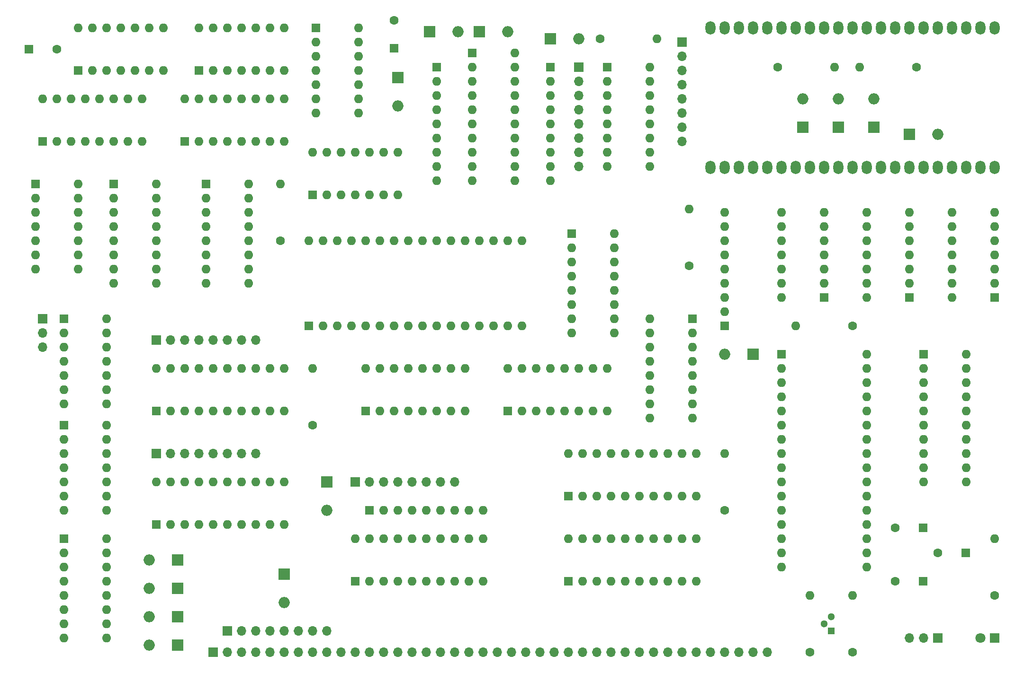
<source format=gbr>
%TF.GenerationSoftware,KiCad,Pcbnew,7.0.2*%
%TF.CreationDate,2023-05-10T23:06:54+01:00*%
%TF.ProjectId,FujiNet_Z80Bus_Reference,46756a69-4e65-4745-9f5a-38304275735f,rev?*%
%TF.SameCoordinates,Original*%
%TF.FileFunction,Copper,L2,Bot*%
%TF.FilePolarity,Positive*%
%FSLAX46Y46*%
G04 Gerber Fmt 4.6, Leading zero omitted, Abs format (unit mm)*
G04 Created by KiCad (PCBNEW 7.0.2) date 2023-05-10 23:06:54*
%MOMM*%
%LPD*%
G01*
G04 APERTURE LIST*
%TA.AperFunction,ComponentPad*%
%ADD10C,1.600000*%
%TD*%
%TA.AperFunction,ComponentPad*%
%ADD11O,1.600000X1.600000*%
%TD*%
%TA.AperFunction,ComponentPad*%
%ADD12R,2.000000X2.000000*%
%TD*%
%TA.AperFunction,ComponentPad*%
%ADD13O,2.000000X2.000000*%
%TD*%
%TA.AperFunction,ComponentPad*%
%ADD14R,1.600000X1.600000*%
%TD*%
%TA.AperFunction,ComponentPad*%
%ADD15R,1.800000X1.800000*%
%TD*%
%TA.AperFunction,ComponentPad*%
%ADD16C,1.800000*%
%TD*%
%TA.AperFunction,ComponentPad*%
%ADD17R,1.700000X1.700000*%
%TD*%
%TA.AperFunction,ComponentPad*%
%ADD18O,1.700000X1.700000*%
%TD*%
%TA.AperFunction,ComponentPad*%
%ADD19O,1.800000X2.400000*%
%TD*%
%TA.AperFunction,ComponentPad*%
%ADD20R,1.300000X1.300000*%
%TD*%
%TA.AperFunction,ComponentPad*%
%ADD21C,1.300000*%
%TD*%
G04 APERTURE END LIST*
D10*
%TO.P,R9,1*%
%TO.N,/!CACHE_DATASTATUS*%
X165100000Y-127000000D03*
D11*
%TO.P,R9,2*%
%TO.N,VCC*%
X165100000Y-116840000D03*
%TD*%
D12*
%TO.P,D9,1,K*%
%TO.N,/!CACHE_DATASTATUS*%
X67310000Y-140970000D03*
D13*
%TO.P,D9,2,A*%
X62230000Y-140970000D03*
%TD*%
D12*
%TO.P,D15,1,K*%
%TO.N,Net-(D15-K)*%
X93980000Y-121920000D03*
D13*
%TO.P,D15,2,A*%
%TO.N,/CORE/SPIBUS/VCC*%
X93980000Y-127000000D03*
%TD*%
D14*
%TO.P,IC20,1,I0*%
%TO.N,/!CACHE_DATASTATUS*%
X182880000Y-88900000D03*
D11*
%TO.P,IC20,2,I1*%
%TO.N,Net-(IC19B-O)*%
X182880000Y-86360000D03*
%TO.P,IC20,3,O*%
%TO.N,/RIO/Z80_RD+ESP_IOD_CONFIG+PERM_Z80_IORQ*%
X182880000Y-83820000D03*
%TO.P,IC20,4,I0*%
%TO.N,/!CACHE_DATASTATUS*%
X182880000Y-81280000D03*
%TO.P,IC20,5,I1*%
X182880000Y-78740000D03*
%TO.P,IC20,6,O*%
%TO.N,/RIO/DEC16*%
X182880000Y-76200000D03*
%TO.P,IC20,7*%
%TO.N,N/C*%
X182880000Y-73660000D03*
%TO.P,IC20,8,O*%
%TO.N,/RIO/DEC_CE*%
X175260000Y-73660000D03*
%TO.P,IC20,9,I0*%
%TO.N,Net-(IC20C-I0)*%
X175260000Y-76200000D03*
%TO.P,IC20,10,I1*%
%TO.N,/RIO/DEC16*%
X175260000Y-78740000D03*
%TO.P,IC20,11,O*%
%TO.N,Net-(IC20C-I0)*%
X175260000Y-81280000D03*
%TO.P,IC20,12,I0*%
%TO.N,/!CACHE_DATASTATUS*%
X175260000Y-83820000D03*
%TO.P,IC20,13,I1*%
%TO.N,/RIO/ROM_D_RDY*%
X175260000Y-86360000D03*
%TO.P,IC20,14*%
%TO.N,N/C*%
X175260000Y-88900000D03*
%TD*%
D12*
%TO.P,D6,1,K*%
%TO.N,/!CACHE_DATASTATUS*%
X191770000Y-58420000D03*
D13*
%TO.P,D6,2,A*%
%TO.N,/CORE/ESP_INT*%
X191770000Y-53340000D03*
%TD*%
D15*
%TO.P,D1,1,K*%
%TO.N,Net-(D1-K)*%
X213360000Y-149860000D03*
D16*
%TO.P,D1,2,A*%
%TO.N,GND*%
X210820000Y-149860000D03*
%TD*%
D14*
%TO.P,SPI-LOCAL_ADD_HIGH.OUT1,1,QB*%
%TO.N,/CACHE/LOCAL_ADD_9*%
X72400000Y-68580000D03*
D11*
%TO.P,SPI-LOCAL_ADD_HIGH.OUT1,2,QC*%
%TO.N,/CACHE/LOCAL_ADD_10*%
X72400000Y-71120000D03*
%TO.P,SPI-LOCAL_ADD_HIGH.OUT1,3,QD*%
%TO.N,/CACHE/LOCAL_ADD_11*%
X72400000Y-73660000D03*
%TO.P,SPI-LOCAL_ADD_HIGH.OUT1,4,QE*%
%TO.N,/CACHE/LOCAL_ADD_12*%
X72400000Y-76200000D03*
%TO.P,SPI-LOCAL_ADD_HIGH.OUT1,5,QF*%
%TO.N,/!CACHE_DATASTATUS*%
X72400000Y-78740000D03*
%TO.P,SPI-LOCAL_ADD_HIGH.OUT1,6,QG*%
X72400000Y-81280000D03*
%TO.P,SPI-LOCAL_ADD_HIGH.OUT1,7,QH*%
X72400000Y-83820000D03*
%TO.P,SPI-LOCAL_ADD_HIGH.OUT1,8*%
%TO.N,N/C*%
X72400000Y-86360000D03*
%TO.P,SPI-LOCAL_ADD_HIGH.OUT1,9,QH\u002A*%
%TO.N,unconnected-(SPI-LOCAL_ADD_HIGH.OUT1A-QH\u002A-Pad9)*%
X80020000Y-86360000D03*
%TO.P,SPI-LOCAL_ADD_HIGH.OUT1,10,SCL*%
%TO.N,/CORE/SPIBUS/ESP_SPI.MR*%
X80020000Y-83820000D03*
%TO.P,SPI-LOCAL_ADD_HIGH.OUT1,11,SCK*%
%TO.N,/!CACHE_DATASTATUS*%
X80020000Y-81280000D03*
%TO.P,SPI-LOCAL_ADD_HIGH.OUT1,12,RCK*%
X80020000Y-78740000D03*
%TO.P,SPI-LOCAL_ADD_HIGH.OUT1,13,G*%
X80020000Y-76200000D03*
%TO.P,SPI-LOCAL_ADD_HIGH.OUT1,14,SER*%
%TO.N,Net-(SPI-LOCAL_ADD_HIGH.OUT1A-SER)*%
X80020000Y-73660000D03*
%TO.P,SPI-LOCAL_ADD_HIGH.OUT1,15,QA*%
%TO.N,/CACHE/LOCAL_ADD_8*%
X80020000Y-71120000D03*
%TO.P,SPI-LOCAL_ADD_HIGH.OUT1,16*%
%TO.N,N/C*%
X80020000Y-68580000D03*
%TD*%
D14*
%TO.P,Z80_ADDRHIGH1,1,DIR*%
%TO.N,/Z80 BUS/Z80_ADD_DIR*%
X63500000Y-129540000D03*
D11*
%TO.P,Z80_ADDRHIGH1,2,A1*%
%TO.N,/RIO/Z80_A8*%
X66040000Y-129540000D03*
%TO.P,Z80_ADDRHIGH1,3,A2*%
%TO.N,/RIO/Z80_A9*%
X68580000Y-129540000D03*
%TO.P,Z80_ADDRHIGH1,4,A3*%
%TO.N,/RIO/Z80_A10*%
X71120000Y-129540000D03*
%TO.P,Z80_ADDRHIGH1,5,A4*%
%TO.N,/RIO/Z80_A11*%
X73660000Y-129540000D03*
%TO.P,Z80_ADDRHIGH1,6,A5*%
%TO.N,/RIO/Z80_A12*%
X76200000Y-129540000D03*
%TO.P,Z80_ADDRHIGH1,7,A6*%
%TO.N,/RIO/Z80_A13*%
X78740000Y-129540000D03*
%TO.P,Z80_ADDRHIGH1,8,A7*%
%TO.N,/RIO/Z80_A14*%
X81280000Y-129540000D03*
%TO.P,Z80_ADDRHIGH1,9,A8*%
%TO.N,/RIO/Z80_A15*%
X83820000Y-129540000D03*
%TO.P,Z80_ADDRHIGH1,10*%
%TO.N,N/C*%
X86360000Y-129540000D03*
%TO.P,Z80_ADDRHIGH1,11,B8*%
%TO.N,/!CACHE_DATASTATUS*%
X86360000Y-121920000D03*
%TO.P,Z80_ADDRHIGH1,12,B7*%
X83820000Y-121920000D03*
%TO.P,Z80_ADDRHIGH1,13,B6*%
X81280000Y-121920000D03*
%TO.P,Z80_ADDRHIGH1,14,B5*%
%TO.N,/CACHE/LOCAL_ADD_12*%
X78740000Y-121920000D03*
%TO.P,Z80_ADDRHIGH1,15,B4*%
%TO.N,/CACHE/LOCAL_ADD_11*%
X76200000Y-121920000D03*
%TO.P,Z80_ADDRHIGH1,16,B3*%
%TO.N,/CACHE/LOCAL_ADD_10*%
X73660000Y-121920000D03*
%TO.P,Z80_ADDRHIGH1,17,B2*%
%TO.N,/CACHE/LOCAL_ADD_9*%
X71120000Y-121920000D03*
%TO.P,Z80_ADDRHIGH1,18,B1*%
%TO.N,/CACHE/LOCAL_ADD_8*%
X68580000Y-121920000D03*
%TO.P,Z80_ADDRHIGH1,19,G*%
%TO.N,/Z80 BUS/Z80_ADD_OE*%
X66040000Y-121920000D03*
%TO.P,Z80_ADDRHIGH1,20*%
%TO.N,N/C*%
X63500000Y-121920000D03*
%TD*%
D17*
%TO.P,J6,1,Pin_1*%
%TO.N,/CACHE/LOCAL_ADD_0*%
X63500000Y-96520000D03*
D18*
%TO.P,J6,2,Pin_2*%
%TO.N,/CACHE/LOCAL_ADD_1*%
X66040000Y-96520000D03*
%TO.P,J6,3,Pin_3*%
%TO.N,/CACHE/LOCAL_ADD_2*%
X68580000Y-96520000D03*
%TO.P,J6,4,Pin_4*%
%TO.N,/CACHE/LOCAL_ADD_3*%
X71120000Y-96520000D03*
%TO.P,J6,5,Pin_5*%
%TO.N,/CACHE/LOCAL_ADD_4*%
X73660000Y-96520000D03*
%TO.P,J6,6,Pin_6*%
%TO.N,/CACHE/LOCAL_ADD_5*%
X76200000Y-96520000D03*
%TO.P,J6,7,Pin_7*%
%TO.N,/CACHE/LOCAL_ADD_6*%
X78740000Y-96520000D03*
%TO.P,J6,8,Pin_8*%
%TO.N,/CACHE/LOCAL_ADD_7*%
X81280000Y-96520000D03*
%TD*%
D14*
%TO.P,RIO_DECODER1,1,DIR*%
%TO.N,Net-(RIO_DECODER1A-DIR)*%
X137160000Y-124460000D03*
D11*
%TO.P,RIO_DECODER1,2,A1*%
%TO.N,/RIO/ROM_D0*%
X139700000Y-124460000D03*
%TO.P,RIO_DECODER1,3,A2*%
%TO.N,/RIO/ROM_D1*%
X142240000Y-124460000D03*
%TO.P,RIO_DECODER1,4,A3*%
%TO.N,/RIO/ROM_D2*%
X144780000Y-124460000D03*
%TO.P,RIO_DECODER1,5,A4*%
%TO.N,/RIO/ROM_D3*%
X147320000Y-124460000D03*
%TO.P,RIO_DECODER1,6,A5*%
%TO.N,/RIO/ROM_D4*%
X149860000Y-124460000D03*
%TO.P,RIO_DECODER1,7,A6*%
%TO.N,/RIO/ROM_D5*%
X152400000Y-124460000D03*
%TO.P,RIO_DECODER1,8,A7*%
%TO.N,/RIO/ROM_D6*%
X154940000Y-124460000D03*
%TO.P,RIO_DECODER1,9,A8*%
%TO.N,/RIO/ROM_D7*%
X157480000Y-124460000D03*
%TO.P,RIO_DECODER1,10*%
%TO.N,N/C*%
X160020000Y-124460000D03*
%TO.P,RIO_DECODER1,11,B8*%
%TO.N,/!CACHE_DATASTATUS*%
X160020000Y-116840000D03*
%TO.P,RIO_DECODER1,12,B7*%
X157480000Y-116840000D03*
%TO.P,RIO_DECODER1,13,B6*%
X154940000Y-116840000D03*
%TO.P,RIO_DECODER1,14,B5*%
X152400000Y-116840000D03*
%TO.P,RIO_DECODER1,15,B4*%
X149860000Y-116840000D03*
%TO.P,RIO_DECODER1,16,B3*%
X147320000Y-116840000D03*
%TO.P,RIO_DECODER1,17,B2*%
X144780000Y-116840000D03*
%TO.P,RIO_DECODER1,18,B1*%
X142240000Y-116840000D03*
%TO.P,RIO_DECODER1,19,G*%
X139700000Y-116840000D03*
%TO.P,RIO_DECODER1,20*%
%TO.N,N/C*%
X137160000Y-116840000D03*
%TD*%
D14*
%TO.P,IC3,1,CLR*%
%TO.N,/CORE/CLR_Z80_HARDLOCK*%
X92075000Y-40640000D03*
D11*
%TO.P,IC3,2,D*%
%TO.N,unconnected-(IC3A-D-Pad2)*%
X92075000Y-43180000D03*
%TO.P,IC3,3,CLK*%
%TO.N,unconnected-(IC3A-CLK-Pad3)*%
X92075000Y-45720000D03*
%TO.P,IC3,4,PRE*%
%TO.N,/CORE/PRE_Z80_HARDLOCK*%
X92075000Y-48260000D03*
%TO.P,IC3,5,Q*%
%TO.N,/!CACHE_DATASTATUS*%
X92075000Y-50800000D03*
%TO.P,IC3,6,~{Q}*%
X92075000Y-53340000D03*
%TO.P,IC3,7*%
%TO.N,N/C*%
X92075000Y-55880000D03*
%TO.P,IC3,8,~{Q}*%
%TO.N,Net-(D13-K)*%
X99695000Y-55880000D03*
%TO.P,IC3,9,Q*%
%TO.N,unconnected-(IC3B-Q-Pad9)*%
X99695000Y-53340000D03*
%TO.P,IC3,10,PRE*%
%TO.N,Net-(IC2D-O)*%
X99695000Y-50800000D03*
%TO.P,IC3,11,CLK*%
%TO.N,unconnected-(IC3B-CLK-Pad11)*%
X99695000Y-48260000D03*
%TO.P,IC3,12,D*%
%TO.N,unconnected-(IC3B-D-Pad12)*%
X99695000Y-45720000D03*
%TO.P,IC3,13,CLR*%
%TO.N,/CORE/ESP_WAIT_RESET*%
X99695000Y-43180000D03*
%TO.P,IC3,14*%
%TO.N,N/C*%
X99695000Y-40640000D03*
%TD*%
D17*
%TO.P,J5,1,Pin_1*%
%TO.N,/CACHE/LOCAL_ADD_8*%
X63500000Y-116840000D03*
D18*
%TO.P,J5,2,Pin_2*%
%TO.N,/CACHE/LOCAL_ADD_9*%
X66040000Y-116840000D03*
%TO.P,J5,3,Pin_3*%
%TO.N,/CACHE/LOCAL_ADD_10*%
X68580000Y-116840000D03*
%TO.P,J5,4,Pin_4*%
%TO.N,/CACHE/LOCAL_ADD_11*%
X71120000Y-116840000D03*
%TO.P,J5,5,Pin_5*%
%TO.N,/CACHE/LOCAL_ADD_12*%
X73660000Y-116840000D03*
%TO.P,J5,6,Pin_6*%
%TO.N,/!CACHE_DATASTATUS*%
X76200000Y-116840000D03*
%TO.P,J5,7,Pin_7*%
X78740000Y-116840000D03*
%TO.P,J5,8,Pin_8*%
X81280000Y-116840000D03*
%TD*%
D10*
%TO.P,R6,1*%
%TO.N,/CORE/SPIBUS/VCC*%
X142875000Y-42545000D03*
D11*
%TO.P,R6,2*%
%TO.N,/CORE/SPIBUS/ESP_SPI.MR*%
X153035000Y-42545000D03*
%TD*%
D14*
%TO.P,SPI-ESP_CONTROL.OUT1,1,QB*%
%TO.N,/!CACHE_DATASTATUS*%
X144105000Y-47625000D03*
D11*
%TO.P,SPI-ESP_CONTROL.OUT1,2,QC*%
X144105000Y-50165000D03*
%TO.P,SPI-ESP_CONTROL.OUT1,3,QD*%
X144105000Y-52705000D03*
%TO.P,SPI-ESP_CONTROL.OUT1,4,QE*%
X144105000Y-55245000D03*
%TO.P,SPI-ESP_CONTROL.OUT1,5,QF*%
X144105000Y-57785000D03*
%TO.P,SPI-ESP_CONTROL.OUT1,6,QG*%
X144105000Y-60325000D03*
%TO.P,SPI-ESP_CONTROL.OUT1,7,QH*%
X144105000Y-62865000D03*
%TO.P,SPI-ESP_CONTROL.OUT1,8*%
%TO.N,N/C*%
X144105000Y-65405000D03*
%TO.P,SPI-ESP_CONTROL.OUT1,9,QH\u002A*%
%TO.N,Net-(SPI-ESP_CONTROL.OUT1A-QH\u002A)*%
X151725000Y-65405000D03*
%TO.P,SPI-ESP_CONTROL.OUT1,10,SCL*%
%TO.N,/CORE/SPIBUS/ESP_SPI.MR*%
X151725000Y-62865000D03*
%TO.P,SPI-ESP_CONTROL.OUT1,11,SCK*%
%TO.N,/!CACHE_DATASTATUS*%
X151725000Y-60325000D03*
%TO.P,SPI-ESP_CONTROL.OUT1,12,RCK*%
X151725000Y-57785000D03*
%TO.P,SPI-ESP_CONTROL.OUT1,13,G*%
X151725000Y-55245000D03*
%TO.P,SPI-ESP_CONTROL.OUT1,14,SER*%
%TO.N,Net-(SPI-ESP_CONTROL.OUT1A-SER)*%
X151725000Y-52705000D03*
%TO.P,SPI-ESP_CONTROL.OUT1,15,QA*%
%TO.N,/!CACHE_DATASTATUS*%
X151725000Y-50165000D03*
%TO.P,SPI-ESP_CONTROL.OUT1,16*%
%TO.N,N/C*%
X151725000Y-47625000D03*
%TD*%
D14*
%TO.P,IC22,1,I0*%
%TO.N,/!CACHE_DATASTATUS*%
X46990000Y-92710000D03*
D11*
%TO.P,IC22,2,I1*%
%TO.N,Net-(IC21A-O)*%
X46990000Y-95250000D03*
%TO.P,IC22,3,O*%
%TO.N,/Z80 BUS/Z80_ADD_OE*%
X46990000Y-97790000D03*
%TO.P,IC22,4,I0*%
%TO.N,/!CACHE_DATASTATUS*%
X46990000Y-100330000D03*
%TO.P,IC22,5,I1*%
X46990000Y-102870000D03*
%TO.P,IC22,6,O*%
%TO.N,/Z80 BUS/Z80_ADD_DIR*%
X46990000Y-105410000D03*
%TO.P,IC22,7*%
%TO.N,N/C*%
X46990000Y-107950000D03*
%TO.P,IC22,8,O*%
%TO.N,/Z80 BUS/Z80_DATA_DIR*%
X54610000Y-107950000D03*
%TO.P,IC22,9,I0*%
%TO.N,Net-(IC21B-O)*%
X54610000Y-105410000D03*
%TO.P,IC22,10,I1*%
%TO.N,Net-(IC21C-O)*%
X54610000Y-102870000D03*
%TO.P,IC22,11,O*%
%TO.N,/Z80 BUS/Z80_DATA_OE*%
X54610000Y-100330000D03*
%TO.P,IC22,12,I0*%
%TO.N,/!CACHE_DATASTATUS*%
X54610000Y-97790000D03*
%TO.P,IC22,13,I1*%
X54610000Y-95250000D03*
%TO.P,IC22,14*%
%TO.N,N/C*%
X54610000Y-92710000D03*
%TD*%
D14*
%TO.P,IC19,1,I0*%
%TO.N,/!CACHE_DATASTATUS*%
X198120000Y-88905000D03*
D11*
%TO.P,IC19,2,I1*%
X198120000Y-86365000D03*
%TO.P,IC19,3,O*%
%TO.N,/RIO/ESP_IOD_CONFIG+Z80_WR*%
X198120000Y-83825000D03*
%TO.P,IC19,4,I0*%
%TO.N,/!CACHE_DATASTATUS*%
X198120000Y-81285000D03*
%TO.P,IC19,5,I1*%
X198120000Y-78745000D03*
%TO.P,IC19,6,O*%
%TO.N,Net-(IC19B-O)*%
X198120000Y-76205000D03*
%TO.P,IC19,7*%
%TO.N,N/C*%
X198120000Y-73665000D03*
%TO.P,IC19,8,O*%
%TO.N,/RIO/ROM_D_RDY*%
X190500000Y-73665000D03*
%TO.P,IC19,9,I0*%
%TO.N,/!CACHE_DATASTATUS*%
X190500000Y-76205000D03*
%TO.P,IC19,10,I1*%
X190500000Y-78745000D03*
%TO.P,IC19,11,O*%
%TO.N,/RIO/ROM_WR_PROTECT+Z80_WR*%
X190500000Y-81285000D03*
%TO.P,IC19,12,I0*%
%TO.N,/!CACHE_DATASTATUS*%
X190500000Y-83825000D03*
%TO.P,IC19,13,I1*%
X190500000Y-86365000D03*
%TO.P,IC19,14*%
%TO.N,N/C*%
X190500000Y-88905000D03*
%TD*%
D14*
%TO.P,ESP_CONTROL_DIRECTOR_BIAS1,1,1*%
%TO.N,Net-(D5-K)*%
X113665000Y-47625000D03*
D11*
%TO.P,ESP_CONTROL_DIRECTOR_BIAS1,2,2*%
%TO.N,/!CACHE_DATASTATUS*%
X113665000Y-50165000D03*
%TO.P,ESP_CONTROL_DIRECTOR_BIAS1,3,3*%
X113665000Y-52705000D03*
%TO.P,ESP_CONTROL_DIRECTOR_BIAS1,4,4*%
X113665000Y-55245000D03*
%TO.P,ESP_CONTROL_DIRECTOR_BIAS1,5,5*%
X113665000Y-57785000D03*
%TO.P,ESP_CONTROL_DIRECTOR_BIAS1,6,6*%
X113665000Y-60325000D03*
%TO.P,ESP_CONTROL_DIRECTOR_BIAS1,7,7*%
X113665000Y-62865000D03*
%TO.P,ESP_CONTROL_DIRECTOR_BIAS1,8,8*%
%TO.N,/CORE/ESP_WAIT_RESET*%
X113665000Y-65405000D03*
%TO.P,ESP_CONTROL_DIRECTOR_BIAS1,9,9*%
%TO.N,unconnected-(ESP_CONTROL_DIRECTOR_BIAS1-Pad9)*%
X113665000Y-67945000D03*
%TD*%
D12*
%TO.P,D10,1,K*%
%TO.N,/!CACHE_DATASTATUS*%
X67310000Y-135890000D03*
D13*
%TO.P,D10,2,A*%
X62230000Y-135890000D03*
%TD*%
D14*
%TO.P,C5,1,1*%
%TO.N,VCC*%
X208200000Y-134620000D03*
D10*
%TO.P,C5,2,2*%
%TO.N,GND*%
X203200000Y-134620000D03*
%TD*%
D12*
%TO.P,D3,1,K*%
%TO.N,/CORE/ESP_CONTROL_Z80*%
X112395000Y-41275000D03*
D13*
%TO.P,D3,2,A*%
%TO.N,/!CACHE_DATASTATUS*%
X117475000Y-41275000D03*
%TD*%
D17*
%TO.P,J2,1,Pin_1*%
%TO.N,/!CACHE_DATASTATUS*%
X157480000Y-43180000D03*
D18*
%TO.P,J2,2,Pin_2*%
X157480000Y-45720000D03*
%TO.P,J2,3,Pin_3*%
X157480000Y-48260000D03*
%TO.P,J2,4,Pin_4*%
X157480000Y-50800000D03*
%TO.P,J2,5,Pin_5*%
X157480000Y-53340000D03*
%TO.P,J2,6,Pin_6*%
X157480000Y-55880000D03*
%TO.P,J2,7,Pin_7*%
X157480000Y-58420000D03*
%TO.P,J2,8,Pin_8*%
X157480000Y-60960000D03*
%TD*%
D17*
%TO.P,JP1,1,1*%
%TO.N,GND*%
X43180000Y-92710000D03*
D18*
%TO.P,JP1,2,2*%
%TO.N,/!CACHE_DATASTATUS*%
X43180000Y-95250000D03*
%TO.P,JP1,3,3*%
%TO.N,/RIO/Z80_A0*%
X43180000Y-97790000D03*
%TD*%
D14*
%TO.P,SPI-Z80_CONTROL.IN1,1,SH/~{LD}*%
%TO.N,/!CACHE_DATASTATUS*%
X47000000Y-132070000D03*
D11*
%TO.P,SPI-Z80_CONTROL.IN1,2,CLK*%
X47000000Y-134610000D03*
%TO.P,SPI-Z80_CONTROL.IN1,3,E*%
X47000000Y-137150000D03*
%TO.P,SPI-Z80_CONTROL.IN1,4,F*%
X47000000Y-139690000D03*
%TO.P,SPI-Z80_CONTROL.IN1,5,G*%
X47000000Y-142230000D03*
%TO.P,SPI-Z80_CONTROL.IN1,6,H*%
X47000000Y-144770000D03*
%TO.P,SPI-Z80_CONTROL.IN1,7,~{QH}*%
%TO.N,unconnected-(SPI-Z80_CONTROL.IN1A-~{QH}-Pad7)*%
X47000000Y-147310000D03*
%TO.P,SPI-Z80_CONTROL.IN1,8*%
%TO.N,N/C*%
X47000000Y-149850000D03*
%TO.P,SPI-Z80_CONTROL.IN1,9,QH*%
%TO.N,Net-(SPI-LOCAL_ADDR_L.IN1A-SER)*%
X54620000Y-149850000D03*
%TO.P,SPI-Z80_CONTROL.IN1,10,SER*%
%TO.N,Net-(SPI-LOCAL_DATA.IN1A-QH)*%
X54620000Y-147310000D03*
%TO.P,SPI-Z80_CONTROL.IN1,11,A*%
%TO.N,/!CACHE_DATASTATUS*%
X54620000Y-144770000D03*
%TO.P,SPI-Z80_CONTROL.IN1,12,B*%
X54620000Y-142230000D03*
%TO.P,SPI-Z80_CONTROL.IN1,13,C*%
X54620000Y-139690000D03*
%TO.P,SPI-Z80_CONTROL.IN1,14,D*%
X54620000Y-137150000D03*
%TO.P,SPI-Z80_CONTROL.IN1,15,INH*%
X54620000Y-134610000D03*
%TO.P,SPI-Z80_CONTROL.IN1,16*%
%TO.N,N/C*%
X54620000Y-132070000D03*
%TD*%
D10*
%TO.P,R5,1,1*%
%TO.N,GND*%
X199390000Y-47625000D03*
D11*
%TO.P,R5,2,2*%
%TO.N,/CORE/ESP_INT*%
X189230000Y-47625000D03*
%TD*%
D12*
%TO.P,D13,1,K*%
%TO.N,Net-(D13-K)*%
X86360000Y-138430000D03*
D13*
%TO.P,D13,2,A*%
%TO.N,/!CACHE_DATASTATUS*%
X86360000Y-143510000D03*
%TD*%
D14*
%TO.P,CACHE1,1,NC*%
%TO.N,unconnected-(CACHE1-NC-Pad1)*%
X90805000Y-93980000D03*
D11*
%TO.P,CACHE1,2,A16*%
%TO.N,/!CACHE_DATASTATUS*%
X93345000Y-93980000D03*
%TO.P,CACHE1,3,A14*%
X95885000Y-93980000D03*
%TO.P,CACHE1,4,A12*%
%TO.N,/CACHE/LOCAL_ADD_12*%
X98425000Y-93980000D03*
%TO.P,CACHE1,5,A7*%
%TO.N,/CACHE/LOCAL_ADD_7*%
X100965000Y-93980000D03*
%TO.P,CACHE1,6,A6*%
%TO.N,/CACHE/LOCAL_ADD_6*%
X103505000Y-93980000D03*
%TO.P,CACHE1,7,A5*%
%TO.N,/CACHE/LOCAL_ADD_5*%
X106045000Y-93980000D03*
%TO.P,CACHE1,8,A4*%
%TO.N,/CACHE/LOCAL_ADD_4*%
X108585000Y-93980000D03*
%TO.P,CACHE1,9,A3*%
%TO.N,/CACHE/LOCAL_ADD_3*%
X111125000Y-93980000D03*
%TO.P,CACHE1,10,A2*%
%TO.N,/CACHE/LOCAL_ADD_2*%
X113665000Y-93980000D03*
%TO.P,CACHE1,11,A1*%
%TO.N,/CACHE/LOCAL_ADD_1*%
X116205000Y-93980000D03*
%TO.P,CACHE1,12,A0*%
%TO.N,/CACHE/LOCAL_ADD_0*%
X118745000Y-93980000D03*
%TO.P,CACHE1,13,DQ0*%
%TO.N,/CACHE/LOCAL_DATA_0*%
X121285000Y-93980000D03*
%TO.P,CACHE1,14,DQ1*%
%TO.N,/CACHE/LOCAL_DATA_1*%
X123825000Y-93980000D03*
%TO.P,CACHE1,15,DQ2*%
%TO.N,/CACHE/LOCAL_DATA_2*%
X126365000Y-93980000D03*
%TO.P,CACHE1,16,VSS*%
%TO.N,GND*%
X128905000Y-93980000D03*
%TO.P,CACHE1,17,DQ3*%
%TO.N,/CACHE/LOCAL_DATA_3*%
X128905000Y-78740000D03*
%TO.P,CACHE1,18,DQ4*%
%TO.N,/CACHE/LOCAL_DATA_4*%
X126365000Y-78740000D03*
%TO.P,CACHE1,19,DQ5*%
%TO.N,/CACHE/LOCAL_DATA_5*%
X123825000Y-78740000D03*
%TO.P,CACHE1,20,DQ6*%
%TO.N,/CACHE/LOCAL_DATA_6*%
X121285000Y-78740000D03*
%TO.P,CACHE1,21,DQ7*%
%TO.N,/CACHE/LOCAL_DATA_7*%
X118745000Y-78740000D03*
%TO.P,CACHE1,22,~{CE}*%
%TO.N,/CACHE/CACHE_CS*%
X116205000Y-78740000D03*
%TO.P,CACHE1,23,A10*%
%TO.N,/CACHE/LOCAL_ADD_10*%
X113665000Y-78740000D03*
%TO.P,CACHE1,24,~{OE}*%
%TO.N,/CACHE/CACHE_OE*%
X111125000Y-78740000D03*
%TO.P,CACHE1,25,A11*%
%TO.N,/CACHE/LOCAL_ADD_11*%
X108585000Y-78740000D03*
%TO.P,CACHE1,26,A9*%
%TO.N,/CACHE/LOCAL_ADD_9*%
X106045000Y-78740000D03*
%TO.P,CACHE1,27,A8*%
%TO.N,/CACHE/LOCAL_ADD_8*%
X103505000Y-78740000D03*
%TO.P,CACHE1,28,A13*%
%TO.N,/!CACHE_DATASTATUS*%
X100965000Y-78740000D03*
%TO.P,CACHE1,29,~{WE}*%
%TO.N,/CACHE/CACHE_WE*%
X98425000Y-78740000D03*
%TO.P,CACHE1,30,CE2*%
%TO.N,/CACHE/CACHE_CE2*%
X95885000Y-78740000D03*
%TO.P,CACHE1,31,A15*%
%TO.N,/!CACHE_DATASTATUS*%
X93345000Y-78740000D03*
%TO.P,CACHE1,32,VCC*%
%TO.N,VCC*%
X90805000Y-78740000D03*
%TD*%
D14*
%TO.P,IC7,1,QB*%
%TO.N,/CACHE/LOCAL_ADD_9*%
X68580000Y-60960000D03*
D11*
%TO.P,IC7,2,QC*%
%TO.N,/CACHE/LOCAL_ADD_10*%
X71120000Y-60960000D03*
%TO.P,IC7,3,QD*%
%TO.N,/CACHE/LOCAL_ADD_11*%
X73660000Y-60960000D03*
%TO.P,IC7,4,QE*%
%TO.N,unconnected-(IC7A-QE-Pad4)*%
X76200000Y-60960000D03*
%TO.P,IC7,5,QF*%
%TO.N,unconnected-(IC7A-QF-Pad5)*%
X78740000Y-60960000D03*
%TO.P,IC7,6,QG*%
%TO.N,unconnected-(IC7A-QG-Pad6)*%
X81280000Y-60960000D03*
%TO.P,IC7,7,QH*%
%TO.N,unconnected-(IC7A-QH-Pad7)*%
X83820000Y-60960000D03*
%TO.P,IC7,8*%
%TO.N,N/C*%
X86360000Y-60960000D03*
%TO.P,IC7,9,RCO*%
%TO.N,unconnected-(IC7A-RCO-Pad9)*%
X86360000Y-53340000D03*
%TO.P,IC7,10,CCLR*%
%TO.N,/!CACHE_DATASTATUS*%
X83820000Y-53340000D03*
%TO.P,IC7,11,CLK*%
%TO.N,Net-(IC6A-RCO)*%
X81280000Y-53340000D03*
%TO.P,IC7,12,CCKEN*%
%TO.N,/!CACHE_DATASTATUS*%
X78740000Y-53340000D03*
%TO.P,IC7,13,RCK*%
%TO.N,Net-(IC6A-RCO)*%
X76200000Y-53340000D03*
%TO.P,IC7,14,G*%
%TO.N,/!CACHE_DATASTATUS*%
X73660000Y-53340000D03*
%TO.P,IC7,15,QA*%
%TO.N,/CACHE/LOCAL_ADD_8*%
X71120000Y-53340000D03*
%TO.P,IC7,16*%
%TO.N,N/C*%
X68580000Y-53340000D03*
%TD*%
D12*
%TO.P,D5,1,K*%
%TO.N,Net-(D5-K)*%
X106680000Y-49530000D03*
D13*
%TO.P,D5,2,A*%
%TO.N,VCC*%
X106680000Y-54610000D03*
%TD*%
D12*
%TO.P,D12,1,K*%
%TO.N,/!CACHE_DATASTATUS*%
X185420000Y-58420000D03*
D13*
%TO.P,D12,2,A*%
%TO.N,/CORE/ESP_INT*%
X185420000Y-53340000D03*
%TD*%
D14*
%TO.P,IC2,1,I*%
%TO.N,/CORE/ESP_HARDLOCK*%
X49525000Y-48260000D03*
D11*
%TO.P,IC2,2,O*%
%TO.N,/CORE/!ESP_HARDLOCK*%
X52065000Y-48260000D03*
%TO.P,IC2,3,I*%
%TO.N,/!CACHE_DATASTATUS*%
X54605000Y-48260000D03*
%TO.P,IC2,4,O*%
%TO.N,Net-(IC13A-I0)*%
X57145000Y-48260000D03*
%TO.P,IC2,5,I*%
%TO.N,/!CACHE_DATASTATUS*%
X59685000Y-48260000D03*
%TO.P,IC2,6,O*%
%TO.N,Net-(IC2C-O)*%
X62225000Y-48260000D03*
%TO.P,IC2,7*%
%TO.N,N/C*%
X64765000Y-48260000D03*
%TO.P,IC2,8,O*%
%TO.N,Net-(IC2D-O)*%
X64765000Y-40640000D03*
%TO.P,IC2,9,I*%
%TO.N,/!CACHE_DATASTATUS*%
X62225000Y-40640000D03*
%TO.P,IC2,10,O*%
%TO.N,Net-(IC2E-O)*%
X59685000Y-40640000D03*
%TO.P,IC2,11,I*%
%TO.N,Net-(IC2E-I)*%
X57145000Y-40640000D03*
%TO.P,IC2,12*%
%TO.N,N/C*%
X54605000Y-40640000D03*
%TO.P,IC2,13*%
X52065000Y-40640000D03*
%TO.P,IC2,14*%
X49525000Y-40640000D03*
%TD*%
D10*
%TO.P,R10,1*%
%TO.N,/CACHE/CACHE_CE2*%
X158750000Y-83185000D03*
D11*
%TO.P,R10,2*%
%TO.N,VCC*%
X158750000Y-73025000D03*
%TD*%
D10*
%TO.P,R7,1*%
%TO.N,/!CACHE_DATASTATUS*%
X180340000Y-152400000D03*
D11*
%TO.P,R7,2*%
%TO.N,VCC*%
X180340000Y-142240000D03*
%TD*%
D14*
%TO.P,LOCAL_DATA_BIAS1,1,1*%
%TO.N,Net-(D15-K)*%
X101600000Y-127000000D03*
D11*
%TO.P,LOCAL_DATA_BIAS1,2,2*%
%TO.N,/CACHE/LOCAL_DATA_0*%
X104140000Y-127000000D03*
%TO.P,LOCAL_DATA_BIAS1,3,3*%
%TO.N,/CACHE/LOCAL_DATA_1*%
X106680000Y-127000000D03*
%TO.P,LOCAL_DATA_BIAS1,4,4*%
%TO.N,/CACHE/LOCAL_DATA_2*%
X109220000Y-127000000D03*
%TO.P,LOCAL_DATA_BIAS1,5,5*%
%TO.N,/CACHE/LOCAL_DATA_3*%
X111760000Y-127000000D03*
%TO.P,LOCAL_DATA_BIAS1,6,6*%
%TO.N,/CACHE/LOCAL_DATA_4*%
X114300000Y-127000000D03*
%TO.P,LOCAL_DATA_BIAS1,7,7*%
%TO.N,/CACHE/LOCAL_DATA_5*%
X116840000Y-127000000D03*
%TO.P,LOCAL_DATA_BIAS1,8,8*%
%TO.N,/CACHE/LOCAL_DATA_6*%
X119380000Y-127000000D03*
%TO.P,LOCAL_DATA_BIAS1,9,9*%
%TO.N,/CACHE/LOCAL_DATA_7*%
X121920000Y-127000000D03*
%TD*%
D14*
%TO.P,ESP_CONTROL_BIAS1,1,1*%
%TO.N,Net-(D16-K)*%
X133945000Y-47625000D03*
D11*
%TO.P,ESP_CONTROL_BIAS1,2,2*%
%TO.N,/!CACHE_DATASTATUS*%
X133945000Y-50165000D03*
%TO.P,ESP_CONTROL_BIAS1,3,3*%
X133945000Y-52705000D03*
%TO.P,ESP_CONTROL_BIAS1,4,4*%
X133945000Y-55245000D03*
%TO.P,ESP_CONTROL_BIAS1,5,5*%
X133945000Y-57785000D03*
%TO.P,ESP_CONTROL_BIAS1,6,6*%
X133945000Y-60325000D03*
%TO.P,ESP_CONTROL_BIAS1,7,7*%
X133945000Y-62865000D03*
%TO.P,ESP_CONTROL_BIAS1,8,8*%
X133945000Y-65405000D03*
%TO.P,ESP_CONTROL_BIAS1,9,9*%
X133945000Y-67945000D03*
%TD*%
D10*
%TO.P,R3,1,1*%
%TO.N,VCC*%
X174625000Y-47625000D03*
D11*
%TO.P,R3,2,2*%
%TO.N,/CORE/ESP_INT*%
X184785000Y-47625000D03*
%TD*%
D14*
%TO.P,IC4,1*%
%TO.N,N/C*%
X213360000Y-88900000D03*
D11*
%TO.P,IC4,2*%
X213360000Y-86360000D03*
%TO.P,IC4,3*%
X213360000Y-83820000D03*
%TO.P,IC4,4*%
X213360000Y-81280000D03*
%TO.P,IC4,5*%
X213360000Y-78740000D03*
%TO.P,IC4,6*%
X213360000Y-76200000D03*
%TO.P,IC4,7*%
X213360000Y-73660000D03*
%TO.P,IC4,8,O*%
%TO.N,/!CACHE_DATASTATUS*%
X205740000Y-73660000D03*
%TO.P,IC4,9,I0*%
%TO.N,Net-(IC2E-O)*%
X205740000Y-76200000D03*
%TO.P,IC4,10,I1*%
%TO.N,/!CACHE_DATASTATUS*%
X205740000Y-78740000D03*
%TO.P,IC4,11*%
%TO.N,N/C*%
X205740000Y-81280000D03*
%TO.P,IC4,12*%
X205740000Y-83820000D03*
%TO.P,IC4,13*%
X205740000Y-86360000D03*
%TO.P,IC4,14*%
X205740000Y-88900000D03*
%TD*%
D14*
%TO.P,SPI-LOCAL_ADDR_L.IN1,1,SH/~{LD}*%
%TO.N,/!CACHE_DATASTATUS*%
X126365000Y-109220000D03*
D11*
%TO.P,SPI-LOCAL_ADDR_L.IN1,2,CLK*%
X128905000Y-109220000D03*
%TO.P,SPI-LOCAL_ADDR_L.IN1,3,E*%
%TO.N,/CACHE/LOCAL_ADD_4*%
X131445000Y-109220000D03*
%TO.P,SPI-LOCAL_ADDR_L.IN1,4,F*%
%TO.N,/CACHE/LOCAL_ADD_5*%
X133985000Y-109220000D03*
%TO.P,SPI-LOCAL_ADDR_L.IN1,5,G*%
%TO.N,/CACHE/LOCAL_ADD_6*%
X136525000Y-109220000D03*
%TO.P,SPI-LOCAL_ADDR_L.IN1,6,H*%
%TO.N,/CACHE/LOCAL_ADD_7*%
X139065000Y-109220000D03*
%TO.P,SPI-LOCAL_ADDR_L.IN1,7,~{QH}*%
%TO.N,unconnected-(SPI-LOCAL_ADDR_L.IN1A-~{QH}-Pad7)*%
X141605000Y-109220000D03*
%TO.P,SPI-LOCAL_ADDR_L.IN1,8*%
%TO.N,N/C*%
X144145000Y-109220000D03*
%TO.P,SPI-LOCAL_ADDR_L.IN1,9,QH*%
%TO.N,Net-(SPI-LOCAL_ADDR_L.IN1A-QH)*%
X144145000Y-101600000D03*
%TO.P,SPI-LOCAL_ADDR_L.IN1,10,SER*%
%TO.N,Net-(SPI-LOCAL_ADDR_L.IN1A-SER)*%
X141605000Y-101600000D03*
%TO.P,SPI-LOCAL_ADDR_L.IN1,11,A*%
%TO.N,/CACHE/LOCAL_ADD_0*%
X139065000Y-101600000D03*
%TO.P,SPI-LOCAL_ADDR_L.IN1,12,B*%
%TO.N,/CACHE/LOCAL_ADD_1*%
X136525000Y-101600000D03*
%TO.P,SPI-LOCAL_ADDR_L.IN1,13,C*%
%TO.N,/CACHE/LOCAL_ADD_2*%
X133985000Y-101600000D03*
%TO.P,SPI-LOCAL_ADDR_L.IN1,14,D*%
%TO.N,/CACHE/LOCAL_ADD_3*%
X131445000Y-101600000D03*
%TO.P,SPI-LOCAL_ADDR_L.IN1,15,INH*%
%TO.N,/!CACHE_DATASTATUS*%
X128905000Y-101600000D03*
%TO.P,SPI-LOCAL_ADDR_L.IN1,16*%
%TO.N,N/C*%
X126365000Y-101600000D03*
%TD*%
D17*
%TO.P,J8,1,Pin_1*%
%TO.N,/Z80 BUS/GND*%
X73660000Y-152400000D03*
D18*
%TO.P,J8,2,Pin_2*%
%TO.N,/!CACHE_DATASTATUS*%
X76200000Y-152400000D03*
%TO.P,J8,3,Pin_3*%
X78740000Y-152400000D03*
%TO.P,J8,4,Pin_4*%
X81280000Y-152400000D03*
%TO.P,J8,5,Pin_5*%
X83820000Y-152400000D03*
%TO.P,J8,6,Pin_6*%
X86360000Y-152400000D03*
%TO.P,J8,7,Pin_7*%
X88900000Y-152400000D03*
%TO.P,J8,8,Pin_8*%
X91440000Y-152400000D03*
%TO.P,J8,9,Pin_9*%
X93980000Y-152400000D03*
%TO.P,J8,10,Pin_10*%
X96520000Y-152400000D03*
%TO.P,J8,11,Pin_11*%
X99060000Y-152400000D03*
%TO.P,J8,12,Pin_12*%
%TO.N,/RIO/Z80_D0*%
X101600000Y-152400000D03*
%TO.P,J8,13,Pin_13*%
%TO.N,/RIO/Z80_D1*%
X104140000Y-152400000D03*
%TO.P,J8,14,Pin_14*%
%TO.N,/RIO/Z80_D2*%
X106680000Y-152400000D03*
%TO.P,J8,15,Pin_15*%
%TO.N,/RIO/Z80_D3*%
X109220000Y-152400000D03*
%TO.P,J8,16,Pin_16*%
%TO.N,/RIO/Z80_D4*%
X111760000Y-152400000D03*
%TO.P,J8,17,Pin_17*%
%TO.N,/RIO/Z80_D5*%
X114300000Y-152400000D03*
%TO.P,J8,18,Pin_18*%
%TO.N,/RIO/Z80_D6*%
X116840000Y-152400000D03*
%TO.P,J8,19,Pin_19*%
%TO.N,/RIO/Z80_D7*%
X119380000Y-152400000D03*
%TO.P,J8,20,Pin_20*%
%TO.N,/RIO/Z80_A0*%
X121920000Y-152400000D03*
%TO.P,J8,21,Pin_21*%
%TO.N,/RIO/Z80_A1*%
X124460000Y-152400000D03*
%TO.P,J8,22,Pin_22*%
%TO.N,/RIO/Z80_A2*%
X127000000Y-152400000D03*
%TO.P,J8,23,Pin_23*%
%TO.N,/RIO/Z80_A3*%
X129540000Y-152400000D03*
%TO.P,J8,24,Pin_24*%
%TO.N,/RIO/Z80_A4*%
X132080000Y-152400000D03*
%TO.P,J8,25,Pin_25*%
%TO.N,/RIO/Z80_A5*%
X134620000Y-152400000D03*
%TO.P,J8,26,Pin_26*%
%TO.N,/RIO/Z80_A6*%
X137160000Y-152400000D03*
%TO.P,J8,27,Pin_27*%
%TO.N,/RIO/Z80_A7*%
X139700000Y-152400000D03*
%TO.P,J8,28,Pin_28*%
%TO.N,/RIO/Z80_A8*%
X142240000Y-152400000D03*
%TO.P,J8,29,Pin_29*%
%TO.N,/RIO/Z80_A9*%
X144780000Y-152400000D03*
%TO.P,J8,30,Pin_30*%
%TO.N,/RIO/Z80_A10*%
X147320000Y-152400000D03*
%TO.P,J8,31,Pin_31*%
%TO.N,/RIO/Z80_A11*%
X149860000Y-152400000D03*
%TO.P,J8,32,Pin_32*%
%TO.N,/RIO/Z80_A12*%
X152400000Y-152400000D03*
%TO.P,J8,33,Pin_33*%
%TO.N,/RIO/Z80_A13*%
X154940000Y-152400000D03*
%TO.P,J8,34,Pin_34*%
%TO.N,/RIO/Z80_A14*%
X157480000Y-152400000D03*
%TO.P,J8,35,Pin_35*%
%TO.N,/RIO/Z80_A15*%
X160020000Y-152400000D03*
%TO.P,J8,36,Pin_36*%
%TO.N,unconnected-(J8-Pin_36-Pad36)*%
X162560000Y-152400000D03*
%TO.P,J8,37,Pin_37*%
%TO.N,unconnected-(J8-Pin_37-Pad37)*%
X165100000Y-152400000D03*
%TO.P,J8,38,Pin_38*%
%TO.N,unconnected-(J8-Pin_38-Pad38)*%
X167640000Y-152400000D03*
%TO.P,J8,39,Pin_39*%
%TO.N,unconnected-(J8-Pin_39-Pad39)*%
X170180000Y-152400000D03*
%TO.P,J8,40,Pin_40*%
%TO.N,/Z80 BUS/VCC*%
X172720000Y-152400000D03*
%TD*%
D12*
%TO.P,D11,1,K*%
%TO.N,/!CACHE_DATASTATUS*%
X179070000Y-58420000D03*
D13*
%TO.P,D11,2,A*%
%TO.N,/CORE/ESP_INT*%
X179070000Y-53340000D03*
%TD*%
D14*
%TO.P,SPI-LOCAL_DATA.OUT1,1,QB*%
%TO.N,/CACHE/LOCAL_DATA_1*%
X137795000Y-77470000D03*
D11*
%TO.P,SPI-LOCAL_DATA.OUT1,2,QC*%
%TO.N,/CACHE/LOCAL_DATA_2*%
X137795000Y-80010000D03*
%TO.P,SPI-LOCAL_DATA.OUT1,3,QD*%
%TO.N,/CACHE/LOCAL_DATA_3*%
X137795000Y-82550000D03*
%TO.P,SPI-LOCAL_DATA.OUT1,4,QE*%
%TO.N,/CACHE/LOCAL_DATA_4*%
X137795000Y-85090000D03*
%TO.P,SPI-LOCAL_DATA.OUT1,5,QF*%
%TO.N,/CACHE/LOCAL_DATA_5*%
X137795000Y-87630000D03*
%TO.P,SPI-LOCAL_DATA.OUT1,6,QG*%
%TO.N,/CACHE/LOCAL_DATA_6*%
X137795000Y-90170000D03*
%TO.P,SPI-LOCAL_DATA.OUT1,7,QH*%
%TO.N,/CACHE/LOCAL_DATA_7*%
X137795000Y-92710000D03*
%TO.P,SPI-LOCAL_DATA.OUT1,8*%
%TO.N,N/C*%
X137795000Y-95250000D03*
%TO.P,SPI-LOCAL_DATA.OUT1,9,QH\u002A*%
%TO.N,Net-(SPI-ESP_CONTROL.OUT1A-SER)*%
X145415000Y-95250000D03*
%TO.P,SPI-LOCAL_DATA.OUT1,10,SCL*%
%TO.N,/CORE/SPIBUS/ESP_SPI.MR*%
X145415000Y-92710000D03*
%TO.P,SPI-LOCAL_DATA.OUT1,11,SCK*%
%TO.N,/!CACHE_DATASTATUS*%
X145415000Y-90170000D03*
%TO.P,SPI-LOCAL_DATA.OUT1,12,RCK*%
X145415000Y-87630000D03*
%TO.P,SPI-LOCAL_DATA.OUT1,13,G*%
X145415000Y-85090000D03*
%TO.P,SPI-LOCAL_DATA.OUT1,14,SER*%
X145415000Y-82550000D03*
%TO.P,SPI-LOCAL_DATA.OUT1,15,QA*%
%TO.N,/CACHE/LOCAL_DATA_0*%
X145415000Y-80010000D03*
%TO.P,SPI-LOCAL_DATA.OUT1,16*%
%TO.N,N/C*%
X145415000Y-77470000D03*
%TD*%
D14*
%TO.P,Z80-LOCAL_DATA1,1,DIR*%
%TO.N,/Z80 BUS/Z80_DATA_DIR*%
X99060000Y-139700000D03*
D11*
%TO.P,Z80-LOCAL_DATA1,2,A1*%
%TO.N,/RIO/Z80_D0*%
X101600000Y-139700000D03*
%TO.P,Z80-LOCAL_DATA1,3,A2*%
%TO.N,/RIO/Z80_D1*%
X104140000Y-139700000D03*
%TO.P,Z80-LOCAL_DATA1,4,A3*%
%TO.N,/RIO/Z80_D2*%
X106680000Y-139700000D03*
%TO.P,Z80-LOCAL_DATA1,5,A4*%
%TO.N,/RIO/Z80_D3*%
X109220000Y-139700000D03*
%TO.P,Z80-LOCAL_DATA1,6,A5*%
%TO.N,/RIO/Z80_D4*%
X111760000Y-139700000D03*
%TO.P,Z80-LOCAL_DATA1,7,A6*%
%TO.N,/RIO/Z80_D5*%
X114300000Y-139700000D03*
%TO.P,Z80-LOCAL_DATA1,8,A7*%
%TO.N,/RIO/Z80_D6*%
X116840000Y-139700000D03*
%TO.P,Z80-LOCAL_DATA1,9,A8*%
%TO.N,/RIO/Z80_D7*%
X119380000Y-139700000D03*
%TO.P,Z80-LOCAL_DATA1,10*%
%TO.N,N/C*%
X121920000Y-139700000D03*
%TO.P,Z80-LOCAL_DATA1,11,B8*%
%TO.N,/CACHE/LOCAL_DATA_7*%
X121920000Y-132080000D03*
%TO.P,Z80-LOCAL_DATA1,12,B7*%
%TO.N,/CACHE/LOCAL_DATA_6*%
X119380000Y-132080000D03*
%TO.P,Z80-LOCAL_DATA1,13,B6*%
%TO.N,/CACHE/LOCAL_DATA_5*%
X116840000Y-132080000D03*
%TO.P,Z80-LOCAL_DATA1,14,B5*%
%TO.N,/CACHE/LOCAL_DATA_4*%
X114300000Y-132080000D03*
%TO.P,Z80-LOCAL_DATA1,15,B4*%
%TO.N,/CACHE/LOCAL_DATA_3*%
X111760000Y-132080000D03*
%TO.P,Z80-LOCAL_DATA1,16,B3*%
%TO.N,/CACHE/LOCAL_DATA_2*%
X109220000Y-132080000D03*
%TO.P,Z80-LOCAL_DATA1,17,B2*%
%TO.N,/CACHE/LOCAL_DATA_1*%
X106680000Y-132080000D03*
%TO.P,Z80-LOCAL_DATA1,18,B1*%
%TO.N,/CACHE/LOCAL_DATA_0*%
X104140000Y-132080000D03*
%TO.P,Z80-LOCAL_DATA1,19,G*%
%TO.N,/Z80 BUS/Z80_DATA_OE*%
X101600000Y-132080000D03*
%TO.P,Z80-LOCAL_DATA1,20*%
%TO.N,N/C*%
X99060000Y-132080000D03*
%TD*%
D14*
%TO.P,IC6,1,QB*%
%TO.N,/CACHE/LOCAL_ADD_1*%
X43180000Y-60960000D03*
D11*
%TO.P,IC6,2,QC*%
%TO.N,/CACHE/LOCAL_ADD_2*%
X45720000Y-60960000D03*
%TO.P,IC6,3,QD*%
%TO.N,/CACHE/LOCAL_ADD_3*%
X48260000Y-60960000D03*
%TO.P,IC6,4,QE*%
%TO.N,/CACHE/LOCAL_ADD_4*%
X50800000Y-60960000D03*
%TO.P,IC6,5,QF*%
%TO.N,/CACHE/LOCAL_ADD_5*%
X53340000Y-60960000D03*
%TO.P,IC6,6,QG*%
%TO.N,/CACHE/LOCAL_ADD_6*%
X55880000Y-60960000D03*
%TO.P,IC6,7,QH*%
%TO.N,/CACHE/LOCAL_ADD_7*%
X58420000Y-60960000D03*
%TO.P,IC6,8*%
%TO.N,N/C*%
X60960000Y-60960000D03*
%TO.P,IC6,9,RCO*%
%TO.N,Net-(IC6A-RCO)*%
X60960000Y-53340000D03*
%TO.P,IC6,10,CCLR*%
%TO.N,/!CACHE_DATASTATUS*%
X58420000Y-53340000D03*
%TO.P,IC6,11,CLK*%
%TO.N,/CACHE/CACHE_DATASTATUS+PERM_Z80_IORQ*%
X55880000Y-53340000D03*
%TO.P,IC6,12,CCKEN*%
%TO.N,/!CACHE_DATASTATUS*%
X53340000Y-53340000D03*
%TO.P,IC6,13,RCK*%
%TO.N,/CACHE/CACHE_DATASTATUS+PERM_Z80_IORQ*%
X50800000Y-53340000D03*
%TO.P,IC6,14,G*%
%TO.N,/!CACHE_DATASTATUS*%
X48260000Y-53340000D03*
%TO.P,IC6,15,QA*%
%TO.N,/CACHE/LOCAL_ADD_0*%
X45720000Y-53340000D03*
%TO.P,IC6,16*%
%TO.N,N/C*%
X43180000Y-53340000D03*
%TD*%
D14*
%TO.P,RN4,1,1*%
%TO.N,Net-(D14-K)*%
X165100000Y-93980000D03*
D11*
%TO.P,RN4,2,2*%
%TO.N,/RIO/DEC14*%
X165100000Y-91440000D03*
%TO.P,RN4,3,3*%
%TO.N,/RIO/DEC15*%
X165100000Y-88900000D03*
%TO.P,RN4,4,4*%
%TO.N,/RIO/DEC_WE*%
X165100000Y-86360000D03*
%TO.P,RN4,5,5*%
%TO.N,/RIO/DEC_OE*%
X165100000Y-83820000D03*
%TO.P,RN4,6,6*%
%TO.N,unconnected-(RN4-Pad6)*%
X165100000Y-81280000D03*
%TO.P,RN4,7,7*%
%TO.N,unconnected-(RN4-Pad7)*%
X165100000Y-78740000D03*
%TO.P,RN4,8,8*%
%TO.N,unconnected-(RN4-Pad8)*%
X165100000Y-76200000D03*
%TO.P,RN4,9,9*%
%TO.N,unconnected-(RN4-Pad9)*%
X165100000Y-73660000D03*
%TD*%
D17*
%TO.P,J4,1,Pin_1*%
%TO.N,/!CACHE_DATASTATUS*%
X139025000Y-47625000D03*
D18*
%TO.P,J4,2,Pin_2*%
X139025000Y-50165000D03*
%TO.P,J4,3,Pin_3*%
X139025000Y-52705000D03*
%TO.P,J4,4,Pin_4*%
X139025000Y-55245000D03*
%TO.P,J4,5,Pin_5*%
X139025000Y-57785000D03*
%TO.P,J4,6,Pin_6*%
X139025000Y-60325000D03*
%TO.P,J4,7,Pin_7*%
X139025000Y-62865000D03*
%TO.P,J4,8,Pin_8*%
X139025000Y-65405000D03*
%TD*%
D14*
%TO.P,Z80-RIO_DATA1,1,DIR*%
%TO.N,/RIO/DEC_OE*%
X137160000Y-139700000D03*
D11*
%TO.P,Z80-RIO_DATA1,2,A1*%
%TO.N,/RIO/Z80_D0*%
X139700000Y-139700000D03*
%TO.P,Z80-RIO_DATA1,3,A2*%
%TO.N,/RIO/Z80_D1*%
X142240000Y-139700000D03*
%TO.P,Z80-RIO_DATA1,4,A3*%
%TO.N,/RIO/Z80_D2*%
X144780000Y-139700000D03*
%TO.P,Z80-RIO_DATA1,5,A4*%
%TO.N,/RIO/Z80_D3*%
X147320000Y-139700000D03*
%TO.P,Z80-RIO_DATA1,6,A5*%
%TO.N,/RIO/Z80_D4*%
X149860000Y-139700000D03*
%TO.P,Z80-RIO_DATA1,7,A6*%
%TO.N,/RIO/Z80_D5*%
X152400000Y-139700000D03*
%TO.P,Z80-RIO_DATA1,8,A7*%
%TO.N,/RIO/Z80_D6*%
X154940000Y-139700000D03*
%TO.P,Z80-RIO_DATA1,9,A8*%
%TO.N,/RIO/Z80_D7*%
X157480000Y-139700000D03*
%TO.P,Z80-RIO_DATA1,10*%
%TO.N,N/C*%
X160020000Y-139700000D03*
%TO.P,Z80-RIO_DATA1,11,B8*%
%TO.N,/RIO/ROM_D7*%
X160020000Y-132080000D03*
%TO.P,Z80-RIO_DATA1,12,B7*%
%TO.N,/RIO/ROM_D6*%
X157480000Y-132080000D03*
%TO.P,Z80-RIO_DATA1,13,B6*%
%TO.N,/RIO/ROM_D5*%
X154940000Y-132080000D03*
%TO.P,Z80-RIO_DATA1,14,B5*%
%TO.N,/RIO/ROM_D4*%
X152400000Y-132080000D03*
%TO.P,Z80-RIO_DATA1,15,B4*%
%TO.N,/RIO/ROM_D3*%
X149860000Y-132080000D03*
%TO.P,Z80-RIO_DATA1,16,B3*%
%TO.N,/RIO/ROM_D2*%
X147320000Y-132080000D03*
%TO.P,Z80-RIO_DATA1,17,B2*%
%TO.N,/RIO/ROM_D1*%
X144780000Y-132080000D03*
%TO.P,Z80-RIO_DATA1,18,B1*%
%TO.N,/RIO/ROM_D0*%
X142240000Y-132080000D03*
%TO.P,Z80-RIO_DATA1,19,G*%
%TO.N,/RIO/ROM_D_RDY*%
X139700000Y-132080000D03*
%TO.P,Z80-RIO_DATA1,20*%
%TO.N,N/C*%
X137160000Y-132080000D03*
%TD*%
D14*
%TO.P,IC5,1,I0*%
%TO.N,Net-(IC5A-I0)*%
X71115000Y-48260000D03*
D11*
%TO.P,IC5,2,I1*%
%TO.N,Net-(IC2C-O)*%
X73655000Y-48260000D03*
%TO.P,IC5,3,O*%
%TO.N,/CORE/CLR_Z80_HARDLOCK*%
X76195000Y-48260000D03*
%TO.P,IC5,4,I0*%
%TO.N,/!CACHE_DATASTATUS*%
X78735000Y-48260000D03*
%TO.P,IC5,5,I1*%
X81275000Y-48260000D03*
%TO.P,IC5,6,O*%
%TO.N,Net-(IC2E-I)*%
X83815000Y-48260000D03*
%TO.P,IC5,7*%
%TO.N,N/C*%
X86355000Y-48260000D03*
%TO.P,IC5,8*%
X86355000Y-40640000D03*
%TO.P,IC5,9*%
X83815000Y-40640000D03*
%TO.P,IC5,10*%
X81275000Y-40640000D03*
%TO.P,IC5,11*%
X78735000Y-40640000D03*
%TO.P,IC5,12*%
X76195000Y-40640000D03*
%TO.P,IC5,13*%
X73655000Y-40640000D03*
%TO.P,IC5,14*%
X71115000Y-40640000D03*
%TD*%
D10*
%TO.P,R4,1*%
%TO.N,VCC*%
X85725000Y-78740000D03*
D11*
%TO.P,R4,2*%
%TO.N,Net-(IC5A-I0)*%
X85725000Y-68580000D03*
%TD*%
D14*
%TO.P,IC21,1,I0*%
%TO.N,/!CACHE_DATASTATUS*%
X46990000Y-111760000D03*
D11*
%TO.P,IC21,2,I1*%
X46990000Y-114300000D03*
%TO.P,IC21,3,O*%
%TO.N,Net-(IC21A-O)*%
X46990000Y-116840000D03*
%TO.P,IC21,4,I0*%
%TO.N,/!CACHE_DATASTATUS*%
X46990000Y-119380000D03*
%TO.P,IC21,5,I1*%
X46990000Y-121920000D03*
%TO.P,IC21,6,O*%
%TO.N,Net-(IC21B-O)*%
X46990000Y-124460000D03*
%TO.P,IC21,7*%
%TO.N,N/C*%
X46990000Y-127000000D03*
%TO.P,IC21,8,O*%
%TO.N,Net-(IC21C-O)*%
X54610000Y-127000000D03*
%TO.P,IC21,9,I0*%
%TO.N,/!CACHE_DATASTATUS*%
X54610000Y-124460000D03*
%TO.P,IC21,10,I1*%
X54610000Y-121920000D03*
%TO.P,IC21,11,O*%
X54610000Y-119380000D03*
%TO.P,IC21,12,I0*%
X54610000Y-116840000D03*
%TO.P,IC21,13,I1*%
%TO.N,Net-(IC13C-O)*%
X54610000Y-114300000D03*
%TO.P,IC21,14*%
%TO.N,N/C*%
X54610000Y-111760000D03*
%TD*%
D14*
%TO.P,C1,1,1*%
%TO.N,/CORE/ESP_WAIT_RESET*%
X106045000Y-44312651D03*
D10*
%TO.P,C1,2,2*%
%TO.N,GND*%
X106045000Y-39312651D03*
%TD*%
D17*
%TO.P,J7,1,Pin_1*%
%TO.N,/CACHE/LOCAL_DATA_0*%
X99060000Y-121920000D03*
D18*
%TO.P,J7,2,Pin_2*%
%TO.N,/CACHE/LOCAL_DATA_1*%
X101600000Y-121920000D03*
%TO.P,J7,3,Pin_3*%
%TO.N,/CACHE/LOCAL_DATA_2*%
X104140000Y-121920000D03*
%TO.P,J7,4,Pin_4*%
%TO.N,/CACHE/LOCAL_DATA_3*%
X106680000Y-121920000D03*
%TO.P,J7,5,Pin_5*%
%TO.N,/CACHE/LOCAL_DATA_4*%
X109220000Y-121920000D03*
%TO.P,J7,6,Pin_6*%
%TO.N,/CACHE/LOCAL_DATA_5*%
X111760000Y-121920000D03*
%TO.P,J7,7,Pin_7*%
%TO.N,/CACHE/LOCAL_DATA_6*%
X114300000Y-121920000D03*
%TO.P,J7,8,Pin_8*%
%TO.N,/CACHE/LOCAL_DATA_7*%
X116840000Y-121920000D03*
%TD*%
D10*
%TO.P,R11,1*%
%TO.N,/RIO/RIO_CE2*%
X187960000Y-93980000D03*
D11*
%TO.P,R11,2*%
%TO.N,VCC*%
X177800000Y-93980000D03*
%TD*%
D14*
%TO.P,SPI-LOCAL_ADD_L.OUT1,1,QB*%
%TO.N,/CACHE/LOCAL_ADD_1*%
X100965000Y-109220000D03*
D11*
%TO.P,SPI-LOCAL_ADD_L.OUT1,2,QC*%
%TO.N,/CACHE/LOCAL_ADD_2*%
X103505000Y-109220000D03*
%TO.P,SPI-LOCAL_ADD_L.OUT1,3,QD*%
%TO.N,/CACHE/LOCAL_ADD_3*%
X106045000Y-109220000D03*
%TO.P,SPI-LOCAL_ADD_L.OUT1,4,QE*%
%TO.N,/CACHE/LOCAL_ADD_4*%
X108585000Y-109220000D03*
%TO.P,SPI-LOCAL_ADD_L.OUT1,5,QF*%
%TO.N,/CACHE/LOCAL_ADD_5*%
X111125000Y-109220000D03*
%TO.P,SPI-LOCAL_ADD_L.OUT1,6,QG*%
%TO.N,/CACHE/LOCAL_ADD_6*%
X113665000Y-109220000D03*
%TO.P,SPI-LOCAL_ADD_L.OUT1,7,QH*%
%TO.N,/CACHE/LOCAL_ADD_7*%
X116205000Y-109220000D03*
%TO.P,SPI-LOCAL_ADD_L.OUT1,8*%
%TO.N,N/C*%
X118745000Y-109220000D03*
%TO.P,SPI-LOCAL_ADD_L.OUT1,9,QH\u002A*%
%TO.N,Net-(SPI-LOCAL_ADD_HIGH.OUT1A-SER)*%
X118745000Y-101600000D03*
%TO.P,SPI-LOCAL_ADD_L.OUT1,10,SCL*%
%TO.N,/CORE/SPIBUS/ESP_SPI.MR*%
X116205000Y-101600000D03*
%TO.P,SPI-LOCAL_ADD_L.OUT1,11,SCK*%
%TO.N,/!CACHE_DATASTATUS*%
X113665000Y-101600000D03*
%TO.P,SPI-LOCAL_ADD_L.OUT1,12,RCK*%
X111125000Y-101600000D03*
%TO.P,SPI-LOCAL_ADD_L.OUT1,13,G*%
X108585000Y-101600000D03*
%TO.P,SPI-LOCAL_ADD_L.OUT1,14,SER*%
%TO.N,Net-(SPI-ESP_CONTROL.OUT1A-QH\u002A)*%
X106045000Y-101600000D03*
%TO.P,SPI-LOCAL_ADD_L.OUT1,15,QA*%
%TO.N,/CACHE/LOCAL_ADD_0*%
X103505000Y-101600000D03*
%TO.P,SPI-LOCAL_ADD_L.OUT1,16*%
%TO.N,N/C*%
X100965000Y-101600000D03*
%TD*%
D19*
%TO.P,U1,1,3V3*%
%TO.N,unconnected-(U1-3V3-Pad1)*%
X213360000Y-40640000D03*
%TO.P,U1,2,EN*%
%TO.N,unconnected-(U1-EN-Pad2)*%
X210820000Y-40640000D03*
%TO.P,U1,3,GPIO36*%
%TO.N,/CORE/ESP_INT*%
X208280000Y-40640000D03*
%TO.P,U1,4,GPIO39*%
%TO.N,/!CACHE_DATASTATUS*%
X205740000Y-40640000D03*
%TO.P,U1,5,GPIO34*%
%TO.N,unconnected-(U1-GPIO34-Pad5)*%
X203200000Y-40640000D03*
%TO.P,U1,6,GPIO35*%
%TO.N,unconnected-(U1-GPIO35-Pad6)*%
X200660000Y-40640000D03*
%TO.P,U1,7,GPIO32*%
%TO.N,unconnected-(U1-GPIO32-Pad7)*%
X198120000Y-40640000D03*
%TO.P,U1,8,GPIO33*%
%TO.N,/!CACHE_DATASTATUS*%
X195580000Y-40640000D03*
%TO.P,U1,9,GPIO25*%
X193040000Y-40640000D03*
%TO.P,U1,10,GPIO26*%
X190500000Y-40640000D03*
%TO.P,U1,11,GPIO27*%
X187960000Y-40640000D03*
%TO.P,U1,12,GPIO14*%
%TO.N,/CORE/EX_SCK*%
X185420000Y-40640000D03*
%TO.P,U1,13,GPIO12*%
%TO.N,/CORE/EX_MISO*%
X182880000Y-40640000D03*
%TO.P,U1,14,GND*%
%TO.N,GND*%
X180340000Y-40640000D03*
%TO.P,U1,15,GPIO13*%
%TO.N,/CORE/EX_MOSI*%
X177800000Y-40640000D03*
%TO.P,U1,16,GPIO9*%
%TO.N,unconnected-(U1-GPIO9-Pad16)*%
X175260000Y-40640000D03*
%TO.P,U1,17,GPIO10*%
%TO.N,unconnected-(U1-GPIO10-Pad17)*%
X172720000Y-40640000D03*
%TO.P,U1,18,GPIO11*%
%TO.N,/CORE/ESP_WAIT_RESET*%
X170180000Y-40640000D03*
%TO.P,U1,19,+5v*%
%TO.N,VCC*%
X167640000Y-40640000D03*
%TO.P,U1,20,+5V*%
X165100000Y-40640000D03*
%TO.P,U1,21,GND*%
%TO.N,GND*%
X162560000Y-40640000D03*
%TO.P,U1,22,GPIO6*%
%TO.N,/!CACHE_DATASTATUS*%
X162560000Y-65640000D03*
%TO.P,U1,23,GPIO7*%
X165100000Y-65640000D03*
%TO.P,U1,24,GPIO15*%
%TO.N,/CORE/SD_CARD_SS*%
X167640000Y-65640000D03*
%TO.P,U1,25,GPIO8*%
%TO.N,/CORE/EX_SS*%
X170180000Y-65640000D03*
%TO.P,U1,26,GPIO2*%
%TO.N,/CORE/ESP_HARDLOCK*%
X172720000Y-65640000D03*
%TO.P,U1,27,GPIO0*%
%TO.N,unconnected-(U1-GPIO0-Pad27)*%
X175260000Y-65640000D03*
%TO.P,U1,28,GPIO4*%
%TO.N,/!CACHE_DATASTATUS*%
X177800000Y-65640000D03*
%TO.P,U1,29,GND*%
%TO.N,unconnected-(U1-GND-Pad29)*%
X180340000Y-65640000D03*
%TO.P,U1,30,GND*%
%TO.N,unconnected-(U1-GND-Pad30)*%
X182880000Y-65640000D03*
%TO.P,U1,31,GPIO5*%
%TO.N,/!CACHE_DATASTATUS*%
X185420000Y-65640000D03*
%TO.P,U1,32,GPIO18*%
X187960000Y-65640000D03*
%TO.P,U1,33,GPIO19*%
X190500000Y-65640000D03*
%TO.P,U1,34,GND*%
%TO.N,GND*%
X193040000Y-65640000D03*
%TO.P,U1,35,GPIO21*%
%TO.N,Net-(D4-K)*%
X195580000Y-65640000D03*
%TO.P,U1,36,RX_GPIO3*%
%TO.N,unconnected-(U1-RX_GPIO3-Pad36)*%
X198120000Y-65640000D03*
%TO.P,U1,37,TX_GPIO1*%
%TO.N,unconnected-(U1-TX_GPIO1-Pad37)*%
X200660000Y-65640000D03*
%TO.P,U1,38,GPIO22*%
%TO.N,/CORE/SD_CARD_SS*%
X203200000Y-65640000D03*
%TO.P,U1,39,GPIO23*%
%TO.N,/!CACHE_DATASTATUS*%
X205740000Y-65640000D03*
%TO.P,U1,40,GND*%
%TO.N,GND*%
X208280000Y-65640000D03*
%TO.P,U1,41*%
%TO.N,N/C*%
X210820000Y-65640000D03*
%TO.P,U1,42*%
X213360000Y-65640000D03*
%TD*%
D10*
%TO.P,R1,1,1*%
%TO.N,Net-(D1-K)*%
X213360000Y-142240000D03*
D11*
%TO.P,R1,2,2*%
%TO.N,VCC*%
X213360000Y-132080000D03*
%TD*%
D14*
%TO.P,C4,1,1*%
%TO.N,VCC*%
X200580000Y-130150000D03*
D10*
%TO.P,C4,2,2*%
%TO.N,GND*%
X195580000Y-130150000D03*
%TD*%
D14*
%TO.P,RIO1,1,NC*%
%TO.N,unconnected-(RIO1-NC-Pad1)*%
X175260000Y-99060000D03*
D11*
%TO.P,RIO1,2,A16*%
%TO.N,/RIO/DEC16*%
X175260000Y-101600000D03*
%TO.P,RIO1,3,A14*%
%TO.N,/RIO/DEC14*%
X175260000Y-104140000D03*
%TO.P,RIO1,4,A12*%
%TO.N,/RIO/Z80_A12*%
X175260000Y-106680000D03*
%TO.P,RIO1,5,A7*%
%TO.N,/RIO/Z80_A7*%
X175260000Y-109220000D03*
%TO.P,RIO1,6,A6*%
%TO.N,/RIO/Z80_A6*%
X175260000Y-111760000D03*
%TO.P,RIO1,7,A5*%
%TO.N,/RIO/Z80_A5*%
X175260000Y-114300000D03*
%TO.P,RIO1,8,A4*%
%TO.N,/RIO/Z80_A4*%
X175260000Y-116840000D03*
%TO.P,RIO1,9,A3*%
%TO.N,/RIO/Z80_A3*%
X175260000Y-119380000D03*
%TO.P,RIO1,10,A2*%
%TO.N,/RIO/Z80_A2*%
X175260000Y-121920000D03*
%TO.P,RIO1,11,A1*%
%TO.N,/RIO/Z80_A1*%
X175260000Y-124460000D03*
%TO.P,RIO1,12,A0*%
%TO.N,/RIO/Z80_A0*%
X175260000Y-127000000D03*
%TO.P,RIO1,13,DQ0*%
%TO.N,/RIO/ROM_D0*%
X175260000Y-129540000D03*
%TO.P,RIO1,14,DQ1*%
%TO.N,/RIO/ROM_D1*%
X175260000Y-132080000D03*
%TO.P,RIO1,15,DQ2*%
%TO.N,/RIO/ROM_D2*%
X175260000Y-134620000D03*
%TO.P,RIO1,16,VSS*%
%TO.N,GND*%
X175260000Y-137160000D03*
%TO.P,RIO1,17,DQ3*%
%TO.N,/RIO/ROM_D3*%
X190500000Y-137160000D03*
%TO.P,RIO1,18,DQ4*%
%TO.N,/RIO/ROM_D4*%
X190500000Y-134620000D03*
%TO.P,RIO1,19,DQ5*%
%TO.N,/RIO/ROM_D5*%
X190500000Y-132080000D03*
%TO.P,RIO1,20,DQ6*%
%TO.N,/RIO/ROM_D6*%
X190500000Y-129540000D03*
%TO.P,RIO1,21,DQ7*%
%TO.N,/RIO/ROM_D7*%
X190500000Y-127000000D03*
%TO.P,RIO1,22,~{CE}*%
%TO.N,/RIO/DEC_CE*%
X190500000Y-124460000D03*
%TO.P,RIO1,23,A10*%
%TO.N,/RIO/Z80_A10*%
X190500000Y-121920000D03*
%TO.P,RIO1,24,~{OE}*%
%TO.N,/RIO/DEC_OE*%
X190500000Y-119380000D03*
%TO.P,RIO1,25,A11*%
%TO.N,/RIO/Z80_A11*%
X190500000Y-116840000D03*
%TO.P,RIO1,26,A9*%
%TO.N,/RIO/Z80_A9*%
X190500000Y-114300000D03*
%TO.P,RIO1,27,A8*%
%TO.N,/RIO/Z80_A8*%
X190500000Y-111760000D03*
%TO.P,RIO1,28,A13*%
%TO.N,/RIO/Z80_A13*%
X190500000Y-109220000D03*
%TO.P,RIO1,29,~{WE}*%
%TO.N,/RIO/DEC_WE*%
X190500000Y-106680000D03*
%TO.P,RIO1,30,CE2*%
%TO.N,/RIO/RIO_CE2*%
X190500000Y-104140000D03*
%TO.P,RIO1,31,A15*%
%TO.N,/RIO/DEC15*%
X190500000Y-101600000D03*
%TO.P,RIO1,32,VCC*%
%TO.N,VCC*%
X190500000Y-99060000D03*
%TD*%
D12*
%TO.P,D16,1,K*%
%TO.N,Net-(D16-K)*%
X133945000Y-42545000D03*
D13*
%TO.P,D16,2,A*%
%TO.N,/CORE/SPIBUS/VCC*%
X139025000Y-42545000D03*
%TD*%
D14*
%TO.P,C3,1,1*%
%TO.N,VCC*%
X200580000Y-139700000D03*
D10*
%TO.P,C3,2,2*%
%TO.N,GND*%
X195580000Y-139700000D03*
%TD*%
D12*
%TO.P,D4,1,K*%
%TO.N,Net-(D4-K)*%
X198120000Y-59690000D03*
D13*
%TO.P,D4,2,A*%
%TO.N,/!CACHE_DATASTATUS*%
X203200000Y-59690000D03*
%TD*%
D14*
%TO.P,IC13,1,I0*%
%TO.N,Net-(IC13A-I0)*%
X41910000Y-68580000D03*
D11*
%TO.P,IC13,2,I1*%
%TO.N,/CORE/ESP_HARDLOCK*%
X41910000Y-71120000D03*
%TO.P,IC13,3,O*%
%TO.N,/CORE/PRE_Z80_HARDLOCK*%
X41910000Y-73660000D03*
%TO.P,IC13,4,I0*%
%TO.N,/!CACHE_DATASTATUS*%
X41910000Y-76200000D03*
%TO.P,IC13,5,I1*%
X41910000Y-78740000D03*
%TO.P,IC13,6,O*%
%TO.N,/CACHE/CACHE_DATASTATUS+PERM_Z80_IORQ*%
X41910000Y-81280000D03*
%TO.P,IC13,7*%
%TO.N,N/C*%
X41910000Y-83820000D03*
%TO.P,IC13,8,O*%
%TO.N,Net-(IC13C-O)*%
X49530000Y-83820000D03*
%TO.P,IC13,9,I0*%
%TO.N,/CORE/ESP_HARDLOCK*%
X49530000Y-81280000D03*
%TO.P,IC13,10,I1*%
%TO.N,/!CACHE_DATASTATUS*%
X49530000Y-78740000D03*
%TO.P,IC13,11,O*%
%TO.N,Net-(ESP_CONTROL_DIRECTOR1A-A2)*%
X49530000Y-76200000D03*
%TO.P,IC13,12,I0*%
%TO.N,/!CACHE_DATASTATUS*%
X49530000Y-73660000D03*
%TO.P,IC13,13,I1*%
X49530000Y-71120000D03*
%TO.P,IC13,14*%
%TO.N,N/C*%
X49530000Y-68580000D03*
%TD*%
D14*
%TO.P,C2,1,1*%
%TO.N,Net-(IC5A-I0)*%
X40720000Y-44450000D03*
D10*
%TO.P,C2,2,2*%
%TO.N,GND*%
X45720000Y-44450000D03*
%TD*%
D12*
%TO.P,D8,1,K*%
%TO.N,/!CACHE_DATASTATUS*%
X67310000Y-146050000D03*
D13*
%TO.P,D8,2,A*%
X62230000Y-146050000D03*
%TD*%
D14*
%TO.P,SPI-LOCAL_ADD_H.IN1,1,SH/~{LD}*%
%TO.N,/!CACHE_DATASTATUS*%
X55880000Y-68580000D03*
D11*
%TO.P,SPI-LOCAL_ADD_H.IN1,2,CLK*%
X55880000Y-71120000D03*
%TO.P,SPI-LOCAL_ADD_H.IN1,3,E*%
%TO.N,/CACHE/LOCAL_ADD_12*%
X55880000Y-73660000D03*
%TO.P,SPI-LOCAL_ADD_H.IN1,4,F*%
%TO.N,/!CACHE_DATASTATUS*%
X55880000Y-76200000D03*
%TO.P,SPI-LOCAL_ADD_H.IN1,5,G*%
X55880000Y-78740000D03*
%TO.P,SPI-LOCAL_ADD_H.IN1,6,H*%
X55880000Y-81280000D03*
%TO.P,SPI-LOCAL_ADD_H.IN1,7,~{QH}*%
%TO.N,unconnected-(SPI-LOCAL_ADD_H.IN1A-~{QH}-Pad7)*%
X55880000Y-83820000D03*
%TO.P,SPI-LOCAL_ADD_H.IN1,8*%
%TO.N,N/C*%
X55880000Y-86360000D03*
%TO.P,SPI-LOCAL_ADD_H.IN1,9,QH*%
%TO.N,/!CACHE_DATASTATUS*%
X63500000Y-86360000D03*
%TO.P,SPI-LOCAL_ADD_H.IN1,10,SER*%
%TO.N,Net-(SPI-LOCAL_ADDR_L.IN1A-QH)*%
X63500000Y-83820000D03*
%TO.P,SPI-LOCAL_ADD_H.IN1,11,A*%
%TO.N,/CACHE/LOCAL_ADD_8*%
X63500000Y-81280000D03*
%TO.P,SPI-LOCAL_ADD_H.IN1,12,B*%
%TO.N,/CACHE/LOCAL_ADD_9*%
X63500000Y-78740000D03*
%TO.P,SPI-LOCAL_ADD_H.IN1,13,C*%
%TO.N,/CACHE/LOCAL_ADD_10*%
X63500000Y-76200000D03*
%TO.P,SPI-LOCAL_ADD_H.IN1,14,D*%
%TO.N,/CACHE/LOCAL_ADD_11*%
X63500000Y-73660000D03*
%TO.P,SPI-LOCAL_ADD_H.IN1,15,INH*%
%TO.N,/!CACHE_DATASTATUS*%
X63500000Y-71120000D03*
%TO.P,SPI-LOCAL_ADD_H.IN1,16*%
%TO.N,N/C*%
X63500000Y-68580000D03*
%TD*%
D17*
%TO.P,J3,1,Pin_1*%
%TO.N,/!CACHE_DATASTATUS*%
X76200000Y-148590000D03*
D18*
%TO.P,J3,2,Pin_2*%
X78740000Y-148590000D03*
%TO.P,J3,3,Pin_3*%
X81280000Y-148590000D03*
%TO.P,J3,4,Pin_4*%
X83820000Y-148590000D03*
%TO.P,J3,5,Pin_5*%
X86360000Y-148590000D03*
%TO.P,J3,6,Pin_6*%
X88900000Y-148590000D03*
%TO.P,J3,7,Pin_7*%
X91440000Y-148590000D03*
%TO.P,J3,8,Pin_8*%
X93980000Y-148590000D03*
%TD*%
D10*
%TO.P,R2,1*%
%TO.N,/!CACHE_DATASTATUS*%
X187960000Y-152400000D03*
D11*
%TO.P,R2,2*%
%TO.N,Net-(Q1-B)*%
X187960000Y-142240000D03*
%TD*%
D14*
%TO.P,IC15,1,I0*%
%TO.N,/!CACHE_DATASTATUS*%
X91440000Y-70485000D03*
D11*
%TO.P,IC15,2,I1*%
X93980000Y-70485000D03*
%TO.P,IC15,3,O*%
X96520000Y-70485000D03*
%TO.P,IC15,4,I0*%
X99060000Y-70485000D03*
%TO.P,IC15,5,I1*%
X101600000Y-70485000D03*
%TO.P,IC15,6,O*%
%TO.N,/CACHE/CACHE_WE*%
X104140000Y-70485000D03*
%TO.P,IC15,7*%
%TO.N,N/C*%
X106680000Y-70485000D03*
%TO.P,IC15,8,O*%
%TO.N,/CACHE/CACHE_OE*%
X106680000Y-62865000D03*
%TO.P,IC15,9,I0*%
%TO.N,/!CACHE_DATASTATUS*%
X104140000Y-62865000D03*
%TO.P,IC15,10,I1*%
X101600000Y-62865000D03*
%TO.P,IC15,11,O*%
%TO.N,/CACHE/CACHE_CS*%
X99060000Y-62865000D03*
%TO.P,IC15,12,I0*%
%TO.N,/!CACHE_DATASTATUS*%
X96520000Y-62865000D03*
%TO.P,IC15,13,I1*%
X93980000Y-62865000D03*
%TO.P,IC15,14*%
%TO.N,N/C*%
X91440000Y-62865000D03*
%TD*%
D12*
%TO.P,D14,1,K*%
%TO.N,Net-(D14-K)*%
X170180000Y-99060000D03*
D13*
%TO.P,D14,2,A*%
%TO.N,VCC*%
X165100000Y-99060000D03*
%TD*%
D12*
%TO.P,D7,1,K*%
%TO.N,/!CACHE_DATASTATUS*%
X67310000Y-151130000D03*
D13*
%TO.P,D7,2,A*%
X62230000Y-151130000D03*
%TD*%
D14*
%TO.P,ESP_CONTROL_DIRECTOR1,1,G*%
%TO.N,/CORE/!ESP_HARDLOCK*%
X119965000Y-45095000D03*
D11*
%TO.P,ESP_CONTROL_DIRECTOR1,2,A1*%
%TO.N,/!CACHE_DATASTATUS*%
X119965000Y-47635000D03*
%TO.P,ESP_CONTROL_DIRECTOR1,3,Y4*%
X119965000Y-50175000D03*
%TO.P,ESP_CONTROL_DIRECTOR1,4,A2*%
%TO.N,Net-(ESP_CONTROL_DIRECTOR1A-A2)*%
X119965000Y-52715000D03*
%TO.P,ESP_CONTROL_DIRECTOR1,5,Y3*%
%TO.N,/!CACHE_DATASTATUS*%
X119965000Y-55255000D03*
%TO.P,ESP_CONTROL_DIRECTOR1,6,A3*%
X119965000Y-57795000D03*
%TO.P,ESP_CONTROL_DIRECTOR1,7,Y2*%
X119965000Y-60335000D03*
%TO.P,ESP_CONTROL_DIRECTOR1,8,A4*%
X119965000Y-62875000D03*
%TO.P,ESP_CONTROL_DIRECTOR1,9,Y1*%
X119965000Y-65415000D03*
%TO.P,ESP_CONTROL_DIRECTOR1,10*%
%TO.N,N/C*%
X119965000Y-67955000D03*
%TO.P,ESP_CONTROL_DIRECTOR1,11,A1*%
%TO.N,/!CACHE_DATASTATUS*%
X127585000Y-67955000D03*
%TO.P,ESP_CONTROL_DIRECTOR1,12,Y4*%
X127585000Y-65415000D03*
%TO.P,ESP_CONTROL_DIRECTOR1,13,A2*%
%TO.N,Net-(ESP_CONTROL_DIRECTOR1A-A2)*%
X127585000Y-62875000D03*
%TO.P,ESP_CONTROL_DIRECTOR1,14,Y3*%
%TO.N,/!CACHE_DATASTATUS*%
X127585000Y-60335000D03*
%TO.P,ESP_CONTROL_DIRECTOR1,15,A3*%
X127585000Y-57795000D03*
%TO.P,ESP_CONTROL_DIRECTOR1,16,Y2*%
X127585000Y-55255000D03*
%TO.P,ESP_CONTROL_DIRECTOR1,17,A4*%
X127585000Y-52715000D03*
%TO.P,ESP_CONTROL_DIRECTOR1,18,Y1*%
X127585000Y-50175000D03*
%TO.P,ESP_CONTROL_DIRECTOR1,19,G*%
%TO.N,/CORE/ESP_CONTROL_Z80*%
X127585000Y-47635000D03*
%TO.P,ESP_CONTROL_DIRECTOR1,20*%
%TO.N,N/C*%
X127585000Y-45095000D03*
%TD*%
D12*
%TO.P,D2,1,K*%
%TO.N,/CORE/ESP_CONTROL_Z80*%
X121235000Y-41285000D03*
D13*
%TO.P,D2,2,A*%
%TO.N,/!CACHE_DATASTATUS*%
X126315000Y-41285000D03*
%TD*%
D20*
%TO.P,Q1,1,C*%
%TO.N,/!CACHE_DATASTATUS*%
X184150000Y-148590000D03*
D21*
%TO.P,Q1,2,B*%
%TO.N,Net-(Q1-B)*%
X182880000Y-147320000D03*
%TO.P,Q1,3,E*%
%TO.N,GND*%
X184150000Y-146050000D03*
%TD*%
D17*
%TO.P,JP4,1,1*%
%TO.N,/!CACHE_DATASTATUS*%
X203200000Y-149860000D03*
D18*
%TO.P,JP4,2,2*%
%TO.N,GND*%
X200660000Y-149860000D03*
%TO.P,JP4,3,3*%
%TO.N,VCC*%
X198120000Y-149860000D03*
%TD*%
D10*
%TO.P,R8,1*%
%TO.N,Net-(RIO_DECODER1A-DIR)*%
X91440000Y-111760000D03*
D11*
%TO.P,R8,2*%
%TO.N,VCC*%
X91440000Y-101600000D03*
%TD*%
D14*
%TO.P,Z80_ADDRLOW1,1,DIR*%
%TO.N,/Z80 BUS/Z80_ADD_DIR*%
X63500000Y-109220000D03*
D11*
%TO.P,Z80_ADDRLOW1,2,A1*%
%TO.N,/RIO/Z80_A0*%
X66040000Y-109220000D03*
%TO.P,Z80_ADDRLOW1,3,A2*%
%TO.N,/RIO/Z80_A1*%
X68580000Y-109220000D03*
%TO.P,Z80_ADDRLOW1,4,A3*%
%TO.N,/RIO/Z80_A2*%
X71120000Y-109220000D03*
%TO.P,Z80_ADDRLOW1,5,A4*%
%TO.N,/RIO/Z80_A3*%
X73660000Y-109220000D03*
%TO.P,Z80_ADDRLOW1,6,A5*%
%TO.N,/RIO/Z80_A4*%
X76200000Y-109220000D03*
%TO.P,Z80_ADDRLOW1,7,A6*%
%TO.N,/RIO/Z80_A5*%
X78740000Y-109220000D03*
%TO.P,Z80_ADDRLOW1,8,A7*%
%TO.N,/RIO/Z80_A6*%
X81280000Y-109220000D03*
%TO.P,Z80_ADDRLOW1,9,A8*%
%TO.N,/RIO/Z80_A7*%
X83820000Y-109220000D03*
%TO.P,Z80_ADDRLOW1,10*%
%TO.N,N/C*%
X86360000Y-109220000D03*
%TO.P,Z80_ADDRLOW1,11,B8*%
%TO.N,/CACHE/LOCAL_ADD_7*%
X86360000Y-101600000D03*
%TO.P,Z80_ADDRLOW1,12,B7*%
%TO.N,/CACHE/LOCAL_ADD_6*%
X83820000Y-101600000D03*
%TO.P,Z80_ADDRLOW1,13,B6*%
%TO.N,/CACHE/LOCAL_ADD_5*%
X81280000Y-101600000D03*
%TO.P,Z80_ADDRLOW1,14,B5*%
%TO.N,/CACHE/LOCAL_ADD_4*%
X78740000Y-101600000D03*
%TO.P,Z80_ADDRLOW1,15,B4*%
%TO.N,/CACHE/LOCAL_ADD_3*%
X76200000Y-101600000D03*
%TO.P,Z80_ADDRLOW1,16,B3*%
%TO.N,/CACHE/LOCAL_ADD_2*%
X73660000Y-101600000D03*
%TO.P,Z80_ADDRLOW1,17,B2*%
%TO.N,/CACHE/LOCAL_ADD_1*%
X71120000Y-101600000D03*
%TO.P,Z80_ADDRLOW1,18,B1*%
%TO.N,/CACHE/LOCAL_ADD_0*%
X68580000Y-101600000D03*
%TO.P,Z80_ADDRLOW1,19,G*%
%TO.N,/Z80 BUS/Z80_ADD_OE*%
X66040000Y-101600000D03*
%TO.P,Z80_ADDRLOW1,20*%
%TO.N,N/C*%
X63500000Y-101600000D03*
%TD*%
D14*
%TO.P,RIO_CONTROL1,1,G*%
%TO.N,/RIO/DEC16*%
X200660000Y-99060000D03*
D11*
%TO.P,RIO_CONTROL1,2,A1*%
%TO.N,/RIO/Z80_A14*%
X200660000Y-101600000D03*
%TO.P,RIO_CONTROL1,3,Y4*%
%TO.N,/RIO/DEC_OE*%
X200660000Y-104140000D03*
%TO.P,RIO_CONTROL1,4,A2*%
%TO.N,/RIO/Z80_A15*%
X200660000Y-106680000D03*
%TO.P,RIO_CONTROL1,5,Y3*%
%TO.N,/RIO/DEC_WE*%
X200660000Y-109220000D03*
%TO.P,RIO_CONTROL1,6,A3*%
%TO.N,/RIO/ESP_IOD_CONFIG+Z80_WR*%
X200660000Y-111760000D03*
%TO.P,RIO_CONTROL1,7,Y2*%
%TO.N,/RIO/DEC15*%
X200660000Y-114300000D03*
%TO.P,RIO_CONTROL1,8,A4*%
%TO.N,/RIO/Z80_RD+ESP_IOD_CONFIG+PERM_Z80_IORQ*%
X200660000Y-116840000D03*
%TO.P,RIO_CONTROL1,9,Y1*%
%TO.N,/RIO/DEC14*%
X200660000Y-119380000D03*
%TO.P,RIO_CONTROL1,10*%
%TO.N,N/C*%
X200660000Y-121920000D03*
%TO.P,RIO_CONTROL1,11,A1*%
%TO.N,/!CACHE_DATASTATUS*%
X208280000Y-121920000D03*
%TO.P,RIO_CONTROL1,12,Y4*%
%TO.N,/RIO/DEC_OE*%
X208280000Y-119380000D03*
%TO.P,RIO_CONTROL1,13,A2*%
%TO.N,/!CACHE_DATASTATUS*%
X208280000Y-116840000D03*
%TO.P,RIO_CONTROL1,14,Y3*%
%TO.N,/RIO/DEC_WE*%
X208280000Y-114300000D03*
%TO.P,RIO_CONTROL1,15,A3*%
%TO.N,/RIO/ROM_WR_PROTECT+Z80_WR*%
X208280000Y-111760000D03*
%TO.P,RIO_CONTROL1,16,Y2*%
%TO.N,/RIO/DEC15*%
X208280000Y-109220000D03*
%TO.P,RIO_CONTROL1,17,A4*%
%TO.N,/!CACHE_DATASTATUS*%
X208280000Y-106680000D03*
%TO.P,RIO_CONTROL1,18,Y1*%
%TO.N,/RIO/DEC14*%
X208280000Y-104140000D03*
%TO.P,RIO_CONTROL1,19,G*%
%TO.N,/RIO/ROM_D_RDY*%
X208280000Y-101600000D03*
%TO.P,RIO_CONTROL1,20*%
%TO.N,N/C*%
X208280000Y-99060000D03*
%TD*%
D14*
%TO.P,SPI-LOCAL_DATA.IN1,1,SH/~{LD}*%
%TO.N,/!CACHE_DATASTATUS*%
X159385000Y-92710000D03*
D11*
%TO.P,SPI-LOCAL_DATA.IN1,2,CLK*%
X159385000Y-95250000D03*
%TO.P,SPI-LOCAL_DATA.IN1,3,E*%
%TO.N,/CACHE/LOCAL_DATA_4*%
X159385000Y-97790000D03*
%TO.P,SPI-LOCAL_DATA.IN1,4,F*%
%TO.N,/CACHE/LOCAL_DATA_5*%
X159385000Y-100330000D03*
%TO.P,SPI-LOCAL_DATA.IN1,5,G*%
%TO.N,/CACHE/LOCAL_DATA_6*%
X159385000Y-102870000D03*
%TO.P,SPI-LOCAL_DATA.IN1,6,H*%
%TO.N,/CACHE/LOCAL_DATA_7*%
X159385000Y-105410000D03*
%TO.P,SPI-LOCAL_DATA.IN1,7,~{QH}*%
%TO.N,unconnected-(SPI-LOCAL_DATA.IN1A-~{QH}-Pad7)*%
X159385000Y-107950000D03*
%TO.P,SPI-LOCAL_DATA.IN1,8*%
%TO.N,N/C*%
X159385000Y-110490000D03*
%TO.P,SPI-LOCAL_DATA.IN1,9,QH*%
%TO.N,Net-(SPI-LOCAL_DATA.IN1A-QH)*%
X151765000Y-110490000D03*
%TO.P,SPI-LOCAL_DATA.IN1,10,SER*%
%TO.N,GND*%
X151765000Y-107950000D03*
%TO.P,SPI-LOCAL_DATA.IN1,11,A*%
%TO.N,/CACHE/LOCAL_DATA_0*%
X151765000Y-105410000D03*
%TO.P,SPI-LOCAL_DATA.IN1,12,B*%
%TO.N,/CACHE/LOCAL_DATA_1*%
X151765000Y-102870000D03*
%TO.P,SPI-LOCAL_DATA.IN1,13,C*%
%TO.N,/CACHE/LOCAL_DATA_2*%
X151765000Y-100330000D03*
%TO.P,SPI-LOCAL_DATA.IN1,14,D*%
%TO.N,/CACHE/LOCAL_DATA_3*%
X151765000Y-97790000D03*
%TO.P,SPI-LOCAL_DATA.IN1,15,INH*%
%TO.N,/!CACHE_DATASTATUS*%
X151765000Y-95250000D03*
%TO.P,SPI-LOCAL_DATA.IN1,16*%
%TO.N,N/C*%
X151765000Y-92710000D03*
%TD*%
M02*

</source>
